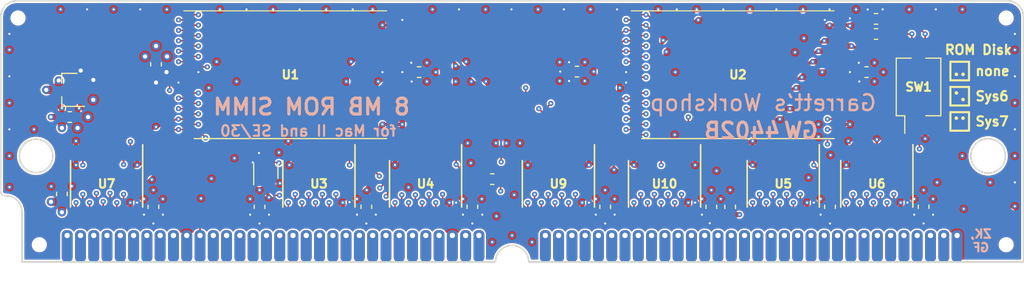
<source format=kicad_pcb>
(kicad_pcb (version 20171130) (host pcbnew "(5.1.10-1-10_14)")
  (title_block (title GW4402B) (date 2021-04-03) (rev 1.0) (company "Garrett's Workshop"))
  (layers (0 F.Cu signal) (1 In1.Cu power) (2 In2.Cu signal) (31 B.Cu power) (34 B.Paste user) (35 F.Paste user) (36 B.SilkS user) (37 F.SilkS user) (38 B.Mask user) (39 F.Mask user) (44 Edge.Cuts user))
  (net 0 "")
  (net 1 +5V)
  (net 2 /D0)
  (net 3 /D1)
  (net 4 /~WE~)
  (net 5 /D2)
  (net 6 /D3)
  (net 7 GND)
  (net 8 /D4)
  (net 9 /D5)
  (net 10 /D6)
  (net 11 /A11)
  (net 12 /D7)
  (net 13 /A0)
  (net 14 /A1)
  (net 15 /A2)
  (net 16 /A3)
  (net 17 /A4)
  (net 18 /A5)
  (net 19 /A6)
  (net 20 /A7)
  (net 21 /~CS~)
  (net 22 /~OE~)
  (net 23 /D8)
  (net 24 /D9)
  (net 25 /D10)
  (net 26 /D11)
  (net 27 /D12)
  (net 28 /D13)
  (net 29 /D14)
  (net 30 /D15)
  (net 31 /A8)
  (net 32 /A9)
  (net 33 /A10)
  (net 34 /A12)
  (net 35 /A13)
  (net 36 /A14)
  (net 37 /A15)
  (net 38 /A16)
  (net 39 /A17)
  (net 40 /A18)
  (net 41 /A19)
  (net 42 /A20)
  (net 43 /A21)
  (net 44 /A22)
  (net 45 /D16)
  (net 46 /D17)
  (net 47 /D18)
  (net 48 /D19)
  (net 49 /D20)
  (net 50 /D21)
  (net 51 /D22)
  (net 52 /D23)
  (net 53 /D24)
  (net 54 /D25)
  (net 55 /D26)
  (net 56 /D27)
  (net 57 /D28)
  (net 58 /D29)
  (net 59 /D30)
  (net 60 /D31)
  (net 61 +3V3)
  (net 62 /RD7)
  (net 63 /RD6)
  (net 64 /RD5)
  (net 65 /RD4)
  (net 66 /RD3)
  (net 67 /RD2)
  (net 68 /RD1)
  (net 69 /RD0)
  (net 70 /RD8)
  (net 71 /RD9)
  (net 72 /RD10)
  (net 73 /RD11)
  (net 74 /RD12)
  (net 75 /RD13)
  (net 76 /RD14)
  (net 77 /RD15)
  (net 78 /RD23)
  (net 79 /RD22)
  (net 80 /RD21)
  (net 81 /RD20)
  (net 82 /RD19)
  (net 83 /RD18)
  (net 84 /RD17)
  (net 85 /RD16)
  (net 86 /RD24)
  (net 87 /RD25)
  (net 88 /RD26)
  (net 89 /RD27)
  (net 90 /RD28)
  (net 91 /RD29)
  (net 92 /RD30)
  (net 93 /RD31)
  (net 94 /RA7)
  (net 95 /RA6)
  (net 96 /RA5)
  (net 97 /RA4)
  (net 98 /RA3)
  (net 99 /RA2)
  (net 100 /R~CS~)
  (net 101 /R~OE~)
  (net 102 /R~WE~)
  (net 103 /RA8)
  (net 104 /RA9)
  (net 105 /RA17)
  (net 106 /RA16)
  (net 107 /RA15)
  (net 108 /RA14)
  (net 109 /RA13)
  (net 110 /RA12)
  (net 111 /RA11)
  (net 112 /RA10)
  (net 113 /RA18)
  (net 114 /RA19)
  (net 115 /RA20)
  (net 116 /RA21)
  (net 117 /RA22)
  (net 118 "Net-(U1-Pad15)")
  (net 119 "Net-(U2-Pad15)")
  (net 120 "Net-(J1-Pad63)")
  (net 121 /RA23)
  (net 122 /Ddir)
  (net 123 /DdirR)
  (net 124 /RA22sw)
  (module stdpads:TSSOP-20_4.4x6.5mm_P0.65mm (layer F.Cu) (at 81.875 120.15 180)
    (fp_text reference U7)
    (fp_text value 74AHC245)
    (fp_text user %R (at 0 0) (layer F.SilkS) (effects (font (size 0.8128 0.8128) (thickness 0.2032))))
    (pad 20 smd roundrect (at -2.925 -2.95 270) (size 1.45 0.45) (layers F.Cu F.Paste F.Mask) (net 61 +3V3))
    (pad 19 smd roundrect (at -2.275 -2.95 270) (size 1.45 0.45) (layers F.Cu F.Paste F.Mask) (net 7 GND))
    (pad 18 smd roundrect (at -1.625 -2.95 270) (size 1.45 0.45) (layers F.Cu F.Paste F.Mask) (net 22 /~OE~))
    (pad 17 smd roundrect (at -0.975 -2.95 270) (size 1.45 0.45) (layers F.Cu F.Paste F.Mask) (net 21 /~CS~))
    (pad 16 smd roundrect (at -0.325 -2.95 270) (size 1.45 0.45) (layers F.Cu F.Paste F.Mask) (net 20 /A7))
    (pad 15 smd roundrect (at 0.325 -2.95 270) (size 1.45 0.45) (layers F.Cu F.Paste F.Mask) (net 19 /A6))
    (pad 14 smd roundrect (at 0.975 -2.95 270) (size 1.45 0.45) (layers F.Cu F.Paste F.Mask) (net 18 /A5))
    (pad 13 smd roundrect (at 1.625 -2.95 270) (size 1.45 0.45) (layers F.Cu F.Paste F.Mask) (net 17 /A4))
    (pad 12 smd roundrect (at 2.275 -2.95 270) (size 1.45 0.45) (layers F.Cu F.Paste F.Mask) (net 16 /A3))
    (pad 11 smd roundrect (at 2.925 -2.95 270) (size 1.45 0.45) (layers F.Cu F.Paste F.Mask) (net 15 /A2))
    (pad 10 smd roundrect (at 2.925 2.95 270) (size 1.45 0.45) (layers F.Cu F.Paste F.Mask) (net 7 GND))
    (pad 9 smd roundrect (at 2.275 2.95 270) (size 1.45 0.45) (layers F.Cu F.Paste F.Mask) (net 99 /RA2))
    (pad 8 smd roundrect (at 1.625 2.95 270) (size 1.45 0.45) (layers F.Cu F.Paste F.Mask) (net 98 /RA3))
    (pad 7 smd roundrect (at 0.975 2.95 270) (size 1.45 0.45) (layers F.Cu F.Paste F.Mask) (net 97 /RA4))
    (pad 6 smd roundrect (at 0.325 2.95 270) (size 1.45 0.45) (layers F.Cu F.Paste F.Mask) (net 96 /RA5))
    (pad 5 smd roundrect (at -0.325 2.95 270) (size 1.45 0.45) (layers F.Cu F.Paste F.Mask) (net 95 /RA6))
    (pad 4 smd roundrect (at -0.975 2.95 270) (size 1.45 0.45) (layers F.Cu F.Paste F.Mask) (net 94 /RA7))
    (pad 3 smd roundrect (at -1.625 2.95 270) (size 1.45 0.45) (layers F.Cu F.Paste F.Mask) (net 100 /R~CS~))
    (pad 2 smd roundrect (at -2.275 2.95 270) (size 1.45 0.45) (layers F.Cu F.Paste F.Mask) (net 101 /R~OE~))
    (pad 1 smd roundrect (at -2.925 2.95 270) (size 1.45 0.45) (layers F.Cu F.Paste F.Mask) (net 7 GND))
  )
  (module stdpads:SW_DIP_SPSTx02_Slide_DSHP02TS_P1.27mm (layer F.Cu) (at 159.512 110.871)
    (fp_text reference SW1)
    (fp_text value "ROM Sel.")
    (fp_text user %R (at 0 0 180) (layer F.SilkS) (effects (font (size 0.8128 0.8128) (thickness 0.2032))))
    (pad 4 smd roundrect (at -0.635 -3.81 90) (size 1.524 0.76) (layers F.Cu F.Paste F.Mask) (net 124 /RA22sw))
    (pad 3 smd roundrect (at 0.635 -3.81 90) (size 1.524 0.76) (layers F.Cu F.Paste F.Mask) (net 121 /RA23))
    (pad 2 smd roundrect (at 0.635 3.81 90) (size 1.524 0.76) (layers F.Cu F.Paste F.Mask) (net 7 GND))
    (pad 1 smd roundrect (at -0.635 3.81 90) (size 1.524 0.76) (layers F.Cu F.Paste F.Mask) (net 117 /RA22))
  )
  (module stdpads:TSOP-I-48_18.4x12mm_P0.5mm (layer F.Cu) (at 99.45 109.7 270)
    (fp_text reference U1)
    (fp_text value MX29LV640)
    (fp_text user %R (at 0 0) (layer F.SilkS) (effects (font (size 0.8128 0.8128) (thickness 0.2032))))
    (pad 1 smd roundrect (at -5.75 9.75) (size 1.1 0.3) (layers F.Cu F.Paste F.Mask) (net 105 /RA17))
    (pad 25 smd roundrect (at 5.75 -9.75) (size 1.1 0.3) (layers F.Cu F.Paste F.Mask) (net 99 /RA2))
    (pad 2 smd roundrect (at -5.25 9.75) (size 1.1 0.3) (layers F.Cu F.Paste F.Mask) (net 106 /RA16))
    (pad 3 smd roundrect (at -4.75 9.75) (size 1.1 0.3) (layers F.Cu F.Paste F.Mask) (net 107 /RA15))
    (pad 4 smd roundrect (at -4.25 9.75) (size 1.1 0.3) (layers F.Cu F.Paste F.Mask) (net 108 /RA14))
    (pad 5 smd roundrect (at -3.75 9.75) (size 1.1 0.3) (layers F.Cu F.Paste F.Mask) (net 109 /RA13))
    (pad 6 smd roundrect (at -3.25 9.75) (size 1.1 0.3) (layers F.Cu F.Paste F.Mask) (net 110 /RA12))
    (pad 7 smd roundrect (at -2.75 9.75) (size 1.1 0.3) (layers F.Cu F.Paste F.Mask) (net 111 /RA11))
    (pad 8 smd roundrect (at -2.25 9.75) (size 1.1 0.3) (layers F.Cu F.Paste F.Mask) (net 112 /RA10))
    (pad 9 smd roundrect (at -1.75 9.75) (size 1.1 0.3) (layers F.Cu F.Paste F.Mask) (net 116 /RA21))
    (pad 10 smd roundrect (at -1.25 9.75) (size 1.1 0.3) (layers F.Cu F.Paste F.Mask) (net 124 /RA22sw))
    (pad 11 smd roundrect (at -0.75 9.75) (size 1.1 0.3) (layers F.Cu F.Paste F.Mask) (net 102 /R~WE~))
    (pad 12 smd roundrect (at -0.25 9.75) (size 1.1 0.3) (layers F.Cu F.Paste F.Mask) (net 61 +3V3))
    (pad 13 smd roundrect (at 0.25 9.75) (size 1.1 0.3) (layers F.Cu F.Paste F.Mask) (net 121 /RA23))
    (pad 14 smd roundrect (at 0.75 9.75) (size 1.1 0.3) (layers F.Cu F.Paste F.Mask) (net 61 +3V3))
    (pad 15 smd roundrect (at 1.25 9.75) (size 1.1 0.3) (layers F.Cu F.Paste F.Mask) (net 118 "Net-(U1-Pad15)"))
    (pad 16 smd roundrect (at 1.75 9.75) (size 1.1 0.3) (layers F.Cu F.Paste F.Mask) (net 115 /RA20))
    (pad 17 smd roundrect (at 2.25 9.75) (size 1.1 0.3) (layers F.Cu F.Paste F.Mask) (net 114 /RA19))
    (pad 18 smd roundrect (at 2.75 9.75) (size 1.1 0.3) (layers F.Cu F.Paste F.Mask) (net 104 /RA9))
    (pad 19 smd roundrect (at 3.25 9.75) (size 1.1 0.3) (layers F.Cu F.Paste F.Mask) (net 103 /RA8))
    (pad 20 smd roundrect (at 3.75 9.75) (size 1.1 0.3) (layers F.Cu F.Paste F.Mask) (net 94 /RA7))
    (pad 21 smd roundrect (at 4.25 9.75) (size 1.1 0.3) (layers F.Cu F.Paste F.Mask) (net 95 /RA6))
    (pad 22 smd roundrect (at 4.75 9.75) (size 1.1 0.3) (layers F.Cu F.Paste F.Mask) (net 96 /RA5))
    (pad 23 smd roundrect (at 5.25 9.75) (size 1.1 0.3) (layers F.Cu F.Paste F.Mask) (net 97 /RA4))
    (pad 24 smd roundrect (at 5.75 9.75) (size 1.1 0.3) (layers F.Cu F.Paste F.Mask) (net 98 /RA3))
    (pad 26 smd roundrect (at 5.25 -9.75) (size 1.1 0.3) (layers F.Cu F.Paste F.Mask) (net 100 /R~CS~))
    (pad 27 smd roundrect (at 4.75 -9.75) (size 1.1 0.3) (layers F.Cu F.Paste F.Mask) (net 7 GND))
    (pad 28 smd roundrect (at 4.25 -9.75) (size 1.1 0.3) (layers F.Cu F.Paste F.Mask) (net 101 /R~OE~))
    (pad 29 smd roundrect (at 3.75 -9.75) (size 1.1 0.3) (layers F.Cu F.Paste F.Mask) (net 69 /RD0))
    (pad 30 smd roundrect (at 3.25 -9.75) (size 1.1 0.3) (layers F.Cu F.Paste F.Mask) (net 70 /RD8))
    (pad 31 smd roundrect (at 2.75 -9.75) (size 1.1 0.3) (layers F.Cu F.Paste F.Mask) (net 68 /RD1))
    (pad 32 smd roundrect (at 2.25 -9.75) (size 1.1 0.3) (layers F.Cu F.Paste F.Mask) (net 71 /RD9))
    (pad 33 smd roundrect (at 1.75 -9.75) (size 1.1 0.3) (layers F.Cu F.Paste F.Mask) (net 67 /RD2))
    (pad 34 smd roundrect (at 1.25 -9.75) (size 1.1 0.3) (layers F.Cu F.Paste F.Mask) (net 72 /RD10))
    (pad 35 smd roundrect (at 0.75 -9.75) (size 1.1 0.3) (layers F.Cu F.Paste F.Mask) (net 66 /RD3))
    (pad 36 smd roundrect (at 0.25 -9.75) (size 1.1 0.3) (layers F.Cu F.Paste F.Mask) (net 73 /RD11))
    (pad 37 smd roundrect (at -0.25 -9.75) (size 1.1 0.3) (layers F.Cu F.Paste F.Mask) (net 61 +3V3))
    (pad 38 smd roundrect (at -0.75 -9.75) (size 1.1 0.3) (layers F.Cu F.Paste F.Mask) (net 65 /RD4))
    (pad 39 smd roundrect (at -1.25 -9.75) (size 1.1 0.3) (layers F.Cu F.Paste F.Mask) (net 74 /RD12))
    (pad 40 smd roundrect (at -1.75 -9.75) (size 1.1 0.3) (layers F.Cu F.Paste F.Mask) (net 64 /RD5))
    (pad 41 smd roundrect (at -2.25 -9.75) (size 1.1 0.3) (layers F.Cu F.Paste F.Mask) (net 75 /RD13))
    (pad 42 smd roundrect (at -2.75 -9.75) (size 1.1 0.3) (layers F.Cu F.Paste F.Mask) (net 63 /RD6))
    (pad 43 smd roundrect (at -3.25 -9.75) (size 1.1 0.3) (layers F.Cu F.Paste F.Mask) (net 76 /RD14))
    (pad 44 smd roundrect (at -3.75 -9.75) (size 1.1 0.3) (layers F.Cu F.Paste F.Mask) (net 62 /RD7))
    (pad 45 smd roundrect (at -4.25 -9.75) (size 1.1 0.3) (layers F.Cu F.Paste F.Mask) (net 77 /RD15))
    (pad 46 smd roundrect (at -4.75 -9.75) (size 1.1 0.3) (layers F.Cu F.Paste F.Mask) (net 7 GND))
    (pad 47 smd roundrect (at -5.25 -9.75) (size 1.1 0.3) (layers F.Cu F.Paste F.Mask) (net 61 +3V3))
    (pad 48 smd roundrect (at -5.75 -9.75) (size 1.1 0.3) (layers F.Cu F.Paste F.Mask) (net 113 /RA18))
  )
  (module stdpads:TSOP-I-48_18.4x12mm_P0.5mm (layer F.Cu) (at 142.24 109.7 270)
    (fp_text reference U2)
    (fp_text value MX29LV640)
    (fp_text user %R (at 0 0) (layer F.SilkS) (effects (font (size 0.8128 0.8128) (thickness 0.2032))))
    (pad 1 smd roundrect (at -5.75 9.75) (size 1.1 0.3) (layers F.Cu F.Paste F.Mask) (net 105 /RA17))
    (pad 25 smd roundrect (at 5.75 -9.75) (size 1.1 0.3) (layers F.Cu F.Paste F.Mask) (net 99 /RA2))
    (pad 2 smd roundrect (at -5.25 9.75) (size 1.1 0.3) (layers F.Cu F.Paste F.Mask) (net 106 /RA16))
    (pad 3 smd roundrect (at -4.75 9.75) (size 1.1 0.3) (layers F.Cu F.Paste F.Mask) (net 107 /RA15))
    (pad 4 smd roundrect (at -4.25 9.75) (size 1.1 0.3) (layers F.Cu F.Paste F.Mask) (net 108 /RA14))
    (pad 5 smd roundrect (at -3.75 9.75) (size 1.1 0.3) (layers F.Cu F.Paste F.Mask) (net 109 /RA13))
    (pad 6 smd roundrect (at -3.25 9.75) (size 1.1 0.3) (layers F.Cu F.Paste F.Mask) (net 110 /RA12))
    (pad 7 smd roundrect (at -2.75 9.75) (size 1.1 0.3) (layers F.Cu F.Paste F.Mask) (net 111 /RA11))
    (pad 8 smd roundrect (at -2.25 9.75) (size 1.1 0.3) (layers F.Cu F.Paste F.Mask) (net 112 /RA10))
    (pad 9 smd roundrect (at -1.75 9.75) (size 1.1 0.3) (layers F.Cu F.Paste F.Mask) (net 116 /RA21))
    (pad 10 smd roundrect (at -1.25 9.75) (size 1.1 0.3) (layers F.Cu F.Paste F.Mask) (net 124 /RA22sw))
    (pad 11 smd roundrect (at -0.75 9.75) (size 1.1 0.3) (layers F.Cu F.Paste F.Mask) (net 102 /R~WE~))
    (pad 12 smd roundrect (at -0.25 9.75) (size 1.1 0.3) (layers F.Cu F.Paste F.Mask) (net 61 +3V3))
    (pad 13 smd roundrect (at 0.25 9.75) (size 1.1 0.3) (layers F.Cu F.Paste F.Mask) (net 121 /RA23))
    (pad 14 smd roundrect (at 0.75 9.75) (size 1.1 0.3) (layers F.Cu F.Paste F.Mask) (net 61 +3V3))
    (pad 15 smd roundrect (at 1.25 9.75) (size 1.1 0.3) (layers F.Cu F.Paste F.Mask) (net 119 "Net-(U2-Pad15)"))
    (pad 16 smd roundrect (at 1.75 9.75) (size 1.1 0.3) (layers F.Cu F.Paste F.Mask) (net 115 /RA20))
    (pad 17 smd roundrect (at 2.25 9.75) (size 1.1 0.3) (layers F.Cu F.Paste F.Mask) (net 114 /RA19))
    (pad 18 smd roundrect (at 2.75 9.75) (size 1.1 0.3) (layers F.Cu F.Paste F.Mask) (net 104 /RA9))
    (pad 19 smd roundrect (at 3.25 9.75) (size 1.1 0.3) (layers F.Cu F.Paste F.Mask) (net 103 /RA8))
    (pad 20 smd roundrect (at 3.75 9.75) (size 1.1 0.3) (layers F.Cu F.Paste F.Mask) (net 94 /RA7))
    (pad 21 smd roundrect (at 4.25 9.75) (size 1.1 0.3) (layers F.Cu F.Paste F.Mask) (net 95 /RA6))
    (pad 22 smd roundrect (at 4.75 9.75) (size 1.1 0.3) (layers F.Cu F.Paste F.Mask) (net 96 /RA5))
    (pad 23 smd roundrect (at 5.25 9.75) (size 1.1 0.3) (layers F.Cu F.Paste F.Mask) (net 97 /RA4))
    (pad 24 smd roundrect (at 5.75 9.75) (size 1.1 0.3) (layers F.Cu F.Paste F.Mask) (net 98 /RA3))
    (pad 26 smd roundrect (at 5.25 -9.75) (size 1.1 0.3) (layers F.Cu F.Paste F.Mask) (net 100 /R~CS~))
    (pad 27 smd roundrect (at 4.75 -9.75) (size 1.1 0.3) (layers F.Cu F.Paste F.Mask) (net 7 GND))
    (pad 28 smd roundrect (at 4.25 -9.75) (size 1.1 0.3) (layers F.Cu F.Paste F.Mask) (net 101 /R~OE~))
    (pad 29 smd roundrect (at 3.75 -9.75) (size 1.1 0.3) (layers F.Cu F.Paste F.Mask) (net 85 /RD16))
    (pad 30 smd roundrect (at 3.25 -9.75) (size 1.1 0.3) (layers F.Cu F.Paste F.Mask) (net 86 /RD24))
    (pad 31 smd roundrect (at 2.75 -9.75) (size 1.1 0.3) (layers F.Cu F.Paste F.Mask) (net 84 /RD17))
    (pad 32 smd roundrect (at 2.25 -9.75) (size 1.1 0.3) (layers F.Cu F.Paste F.Mask) (net 87 /RD25))
    (pad 33 smd roundrect (at 1.75 -9.75) (size 1.1 0.3) (layers F.Cu F.Paste F.Mask) (net 83 /RD18))
    (pad 34 smd roundrect (at 1.25 -9.75) (size 1.1 0.3) (layers F.Cu F.Paste F.Mask) (net 88 /RD26))
    (pad 35 smd roundrect (at 0.75 -9.75) (size 1.1 0.3) (layers F.Cu F.Paste F.Mask) (net 82 /RD19))
    (pad 36 smd roundrect (at 0.25 -9.75) (size 1.1 0.3) (layers F.Cu F.Paste F.Mask) (net 89 /RD27))
    (pad 37 smd roundrect (at -0.25 -9.75) (size 1.1 0.3) (layers F.Cu F.Paste F.Mask) (net 61 +3V3))
    (pad 38 smd roundrect (at -0.75 -9.75) (size 1.1 0.3) (layers F.Cu F.Paste F.Mask) (net 81 /RD20))
    (pad 39 smd roundrect (at -1.25 -9.75) (size 1.1 0.3) (layers F.Cu F.Paste F.Mask) (net 90 /RD28))
    (pad 40 smd roundrect (at -1.75 -9.75) (size 1.1 0.3) (layers F.Cu F.Paste F.Mask) (net 80 /RD21))
    (pad 41 smd roundrect (at -2.25 -9.75) (size 1.1 0.3) (layers F.Cu F.Paste F.Mask) (net 91 /RD29))
    (pad 42 smd roundrect (at -2.75 -9.75) (size 1.1 0.3) (layers F.Cu F.Paste F.Mask) (net 79 /RD22))
    (pad 43 smd roundrect (at -3.25 -9.75) (size 1.1 0.3) (layers F.Cu F.Paste F.Mask) (net 92 /RD30))
    (pad 44 smd roundrect (at -3.75 -9.75) (size 1.1 0.3) (layers F.Cu F.Paste F.Mask) (net 78 /RD23))
    (pad 45 smd roundrect (at -4.25 -9.75) (size 1.1 0.3) (layers F.Cu F.Paste F.Mask) (net 93 /RD31))
    (pad 46 smd roundrect (at -4.75 -9.75) (size 1.1 0.3) (layers F.Cu F.Paste F.Mask) (net 7 GND))
    (pad 47 smd roundrect (at -5.25 -9.75) (size 1.1 0.3) (layers F.Cu F.Paste F.Mask) (net 61 +3V3))
    (pad 48 smd roundrect (at -5.75 -9.75) (size 1.1 0.3) (layers F.Cu F.Paste F.Mask) (net 113 /RA18))
  )
  (module stdpads:TSSOP-20_4.4x6.5mm_P0.65mm (layer F.Cu) (at 102.175 120.15 180)
    (fp_text reference U3)
    (fp_text value 74AHC245)
    (fp_text user %R (at 0 0) (layer F.SilkS) (effects (font (size 0.8128 0.8128) (thickness 0.2032))))
    (pad 20 smd roundrect (at -2.925 -2.95 270) (size 1.45 0.45) (layers F.Cu F.Paste F.Mask) (net 61 +3V3))
    (pad 19 smd roundrect (at -2.275 -2.95 270) (size 1.45 0.45) (layers F.Cu F.Paste F.Mask) (net 7 GND))
    (pad 18 smd roundrect (at -1.625 -2.95 270) (size 1.45 0.45) (layers F.Cu F.Paste F.Mask) (net 12 /D7))
    (pad 17 smd roundrect (at -0.975 -2.95 270) (size 1.45 0.45) (layers F.Cu F.Paste F.Mask) (net 10 /D6))
    (pad 16 smd roundrect (at -0.325 -2.95 270) (size 1.45 0.45) (layers F.Cu F.Paste F.Mask) (net 9 /D5))
    (pad 15 smd roundrect (at 0.325 -2.95 270) (size 1.45 0.45) (layers F.Cu F.Paste F.Mask) (net 8 /D4))
    (pad 14 smd roundrect (at 0.975 -2.95 270) (size 1.45 0.45) (layers F.Cu F.Paste F.Mask) (net 6 /D3))
    (pad 13 smd roundrect (at 1.625 -2.95 270) (size 1.45 0.45) (layers F.Cu F.Paste F.Mask) (net 5 /D2))
    (pad 12 smd roundrect (at 2.275 -2.95 270) (size 1.45 0.45) (layers F.Cu F.Paste F.Mask) (net 3 /D1))
    (pad 11 smd roundrect (at 2.925 -2.95 270) (size 1.45 0.45) (layers F.Cu F.Paste F.Mask) (net 2 /D0))
    (pad 10 smd roundrect (at 2.925 2.95 270) (size 1.45 0.45) (layers F.Cu F.Paste F.Mask) (net 7 GND))
    (pad 9 smd roundrect (at 2.275 2.95 270) (size 1.45 0.45) (layers F.Cu F.Paste F.Mask) (net 69 /RD0))
    (pad 8 smd roundrect (at 1.625 2.95 270) (size 1.45 0.45) (layers F.Cu F.Paste F.Mask) (net 68 /RD1))
    (pad 7 smd roundrect (at 0.975 2.95 270) (size 1.45 0.45) (layers F.Cu F.Paste F.Mask) (net 67 /RD2))
    (pad 6 smd roundrect (at 0.325 2.95 270) (size 1.45 0.45) (layers F.Cu F.Paste F.Mask) (net 66 /RD3))
    (pad 5 smd roundrect (at -0.325 2.95 270) (size 1.45 0.45) (layers F.Cu F.Paste F.Mask) (net 65 /RD4))
    (pad 4 smd roundrect (at -0.975 2.95 270) (size 1.45 0.45) (layers F.Cu F.Paste F.Mask) (net 64 /RD5))
    (pad 3 smd roundrect (at -1.625 2.95 270) (size 1.45 0.45) (layers F.Cu F.Paste F.Mask) (net 63 /RD6))
    (pad 2 smd roundrect (at -2.275 2.95 270) (size 1.45 0.45) (layers F.Cu F.Paste F.Mask) (net 62 /RD7))
    (pad 1 smd roundrect (at -2.925 2.95 270) (size 1.45 0.45) (layers F.Cu F.Paste F.Mask) (net 122 /Ddir))
  )
  (module stdpads:TSSOP-20_4.4x6.5mm_P0.65mm (layer F.Cu) (at 146.575 120.15 180)
    (fp_text reference U5)
    (fp_text value 74AHC245)
    (fp_text user %R (at 0 0) (layer F.SilkS) (effects (font (size 0.8128 0.8128) (thickness 0.2032))))
    (pad 20 smd roundrect (at -2.925 -2.95 270) (size 1.45 0.45) (layers F.Cu F.Paste F.Mask) (net 61 +3V3))
    (pad 19 smd roundrect (at -2.275 -2.95 270) (size 1.45 0.45) (layers F.Cu F.Paste F.Mask) (net 7 GND))
    (pad 18 smd roundrect (at -1.625 -2.95 270) (size 1.45 0.45) (layers F.Cu F.Paste F.Mask) (net 52 /D23))
    (pad 17 smd roundrect (at -0.975 -2.95 270) (size 1.45 0.45) (layers F.Cu F.Paste F.Mask) (net 51 /D22))
    (pad 16 smd roundrect (at -0.325 -2.95 270) (size 1.45 0.45) (layers F.Cu F.Paste F.Mask) (net 50 /D21))
    (pad 15 smd roundrect (at 0.325 -2.95 270) (size 1.45 0.45) (layers F.Cu F.Paste F.Mask) (net 49 /D20))
    (pad 14 smd roundrect (at 0.975 -2.95 270) (size 1.45 0.45) (layers F.Cu F.Paste F.Mask) (net 48 /D19))
    (pad 13 smd roundrect (at 1.625 -2.95 270) (size 1.45 0.45) (layers F.Cu F.Paste F.Mask) (net 47 /D18))
    (pad 12 smd roundrect (at 2.275 -2.95 270) (size 1.45 0.45) (layers F.Cu F.Paste F.Mask) (net 46 /D17))
    (pad 11 smd roundrect (at 2.925 -2.95 270) (size 1.45 0.45) (layers F.Cu F.Paste F.Mask) (net 45 /D16))
    (pad 10 smd roundrect (at 2.925 2.95 270) (size 1.45 0.45) (layers F.Cu F.Paste F.Mask) (net 7 GND))
    (pad 9 smd roundrect (at 2.275 2.95 270) (size 1.45 0.45) (layers F.Cu F.Paste F.Mask) (net 85 /RD16))
    (pad 8 smd roundrect (at 1.625 2.95 270) (size 1.45 0.45) (layers F.Cu F.Paste F.Mask) (net 84 /RD17))
    (pad 7 smd roundrect (at 0.975 2.95 270) (size 1.45 0.45) (layers F.Cu F.Paste F.Mask) (net 83 /RD18))
    (pad 6 smd roundrect (at 0.325 2.95 270) (size 1.45 0.45) (layers F.Cu F.Paste F.Mask) (net 82 /RD19))
    (pad 5 smd roundrect (at -0.325 2.95 270) (size 1.45 0.45) (layers F.Cu F.Paste F.Mask) (net 81 /RD20))
    (pad 4 smd roundrect (at -0.975 2.95 270) (size 1.45 0.45) (layers F.Cu F.Paste F.Mask) (net 80 /RD21))
    (pad 3 smd roundrect (at -1.625 2.95 270) (size 1.45 0.45) (layers F.Cu F.Paste F.Mask) (net 79 /RD22))
    (pad 2 smd roundrect (at -2.275 2.95 270) (size 1.45 0.45) (layers F.Cu F.Paste F.Mask) (net 78 /RD23))
    (pad 1 smd roundrect (at -2.925 2.95 270) (size 1.45 0.45) (layers F.Cu F.Paste F.Mask) (net 123 /DdirR))
  )
  (module stdpads:TSSOP-20_4.4x6.5mm_P0.65mm (layer F.Cu) (at 112.375 120.15 180)
    (fp_text reference U4)
    (fp_text value 74AHC245)
    (fp_text user %R (at 0 0) (layer F.SilkS) (effects (font (size 0.8128 0.8128) (thickness 0.2032))))
    (pad 20 smd roundrect (at -2.925 -2.95 270) (size 1.45 0.45) (layers F.Cu F.Paste F.Mask) (net 61 +3V3))
    (pad 19 smd roundrect (at -2.275 -2.95 270) (size 1.45 0.45) (layers F.Cu F.Paste F.Mask) (net 7 GND))
    (pad 18 smd roundrect (at -1.625 -2.95 270) (size 1.45 0.45) (layers F.Cu F.Paste F.Mask) (net 30 /D15))
    (pad 17 smd roundrect (at -0.975 -2.95 270) (size 1.45 0.45) (layers F.Cu F.Paste F.Mask) (net 29 /D14))
    (pad 16 smd roundrect (at -0.325 -2.95 270) (size 1.45 0.45) (layers F.Cu F.Paste F.Mask) (net 28 /D13))
    (pad 15 smd roundrect (at 0.325 -2.95 270) (size 1.45 0.45) (layers F.Cu F.Paste F.Mask) (net 27 /D12))
    (pad 14 smd roundrect (at 0.975 -2.95 270) (size 1.45 0.45) (layers F.Cu F.Paste F.Mask) (net 26 /D11))
    (pad 13 smd roundrect (at 1.625 -2.95 270) (size 1.45 0.45) (layers F.Cu F.Paste F.Mask) (net 25 /D10))
    (pad 12 smd roundrect (at 2.275 -2.95 270) (size 1.45 0.45) (layers F.Cu F.Paste F.Mask) (net 24 /D9))
    (pad 11 smd roundrect (at 2.925 -2.95 270) (size 1.45 0.45) (layers F.Cu F.Paste F.Mask) (net 23 /D8))
    (pad 10 smd roundrect (at 2.925 2.95 270) (size 1.45 0.45) (layers F.Cu F.Paste F.Mask) (net 7 GND))
    (pad 9 smd roundrect (at 2.275 2.95 270) (size 1.45 0.45) (layers F.Cu F.Paste F.Mask) (net 70 /RD8))
    (pad 8 smd roundrect (at 1.625 2.95 270) (size 1.45 0.45) (layers F.Cu F.Paste F.Mask) (net 71 /RD9))
    (pad 7 smd roundrect (at 0.975 2.95 270) (size 1.45 0.45) (layers F.Cu F.Paste F.Mask) (net 72 /RD10))
    (pad 6 smd roundrect (at 0.325 2.95 270) (size 1.45 0.45) (layers F.Cu F.Paste F.Mask) (net 73 /RD11))
    (pad 5 smd roundrect (at -0.325 2.95 270) (size 1.45 0.45) (layers F.Cu F.Paste F.Mask) (net 74 /RD12))
    (pad 4 smd roundrect (at -0.975 2.95 270) (size 1.45 0.45) (layers F.Cu F.Paste F.Mask) (net 75 /RD13))
    (pad 3 smd roundrect (at -1.625 2.95 270) (size 1.45 0.45) (layers F.Cu F.Paste F.Mask) (net 76 /RD14))
    (pad 2 smd roundrect (at -2.275 2.95 270) (size 1.45 0.45) (layers F.Cu F.Paste F.Mask) (net 77 /RD15))
    (pad 1 smd roundrect (at -2.925 2.95 270) (size 1.45 0.45) (layers F.Cu F.Paste F.Mask) (net 122 /Ddir))
  )
  (module stdpads:TSSOP-20_4.4x6.5mm_P0.65mm (layer F.Cu) (at 155.525 120.15 180)
    (fp_text reference U6)
    (fp_text value 74AHC245)
    (fp_text user %R (at 0 0) (layer F.SilkS) (effects (font (size 0.8128 0.8128) (thickness 0.2032))))
    (pad 20 smd roundrect (at -2.925 -2.95 270) (size 1.45 0.45) (layers F.Cu F.Paste F.Mask) (net 61 +3V3))
    (pad 19 smd roundrect (at -2.275 -2.95 270) (size 1.45 0.45) (layers F.Cu F.Paste F.Mask) (net 7 GND))
    (pad 18 smd roundrect (at -1.625 -2.95 270) (size 1.45 0.45) (layers F.Cu F.Paste F.Mask) (net 60 /D31))
    (pad 17 smd roundrect (at -0.975 -2.95 270) (size 1.45 0.45) (layers F.Cu F.Paste F.Mask) (net 59 /D30))
    (pad 16 smd roundrect (at -0.325 -2.95 270) (size 1.45 0.45) (layers F.Cu F.Paste F.Mask) (net 58 /D29))
    (pad 15 smd roundrect (at 0.325 -2.95 270) (size 1.45 0.45) (layers F.Cu F.Paste F.Mask) (net 57 /D28))
    (pad 14 smd roundrect (at 0.975 -2.95 270) (size 1.45 0.45) (layers F.Cu F.Paste F.Mask) (net 56 /D27))
    (pad 13 smd roundrect (at 1.625 -2.95 270) (size 1.45 0.45) (layers F.Cu F.Paste F.Mask) (net 55 /D26))
    (pad 12 smd roundrect (at 2.275 -2.95 270) (size 1.45 0.45) (layers F.Cu F.Paste F.Mask) (net 54 /D25))
    (pad 11 smd roundrect (at 2.925 -2.95 270) (size 1.45 0.45) (layers F.Cu F.Paste F.Mask) (net 53 /D24))
    (pad 10 smd roundrect (at 2.925 2.95 270) (size 1.45 0.45) (layers F.Cu F.Paste F.Mask) (net 7 GND))
    (pad 9 smd roundrect (at 2.275 2.95 270) (size 1.45 0.45) (layers F.Cu F.Paste F.Mask) (net 86 /RD24))
    (pad 8 smd roundrect (at 1.625 2.95 270) (size 1.45 0.45) (layers F.Cu F.Paste F.Mask) (net 87 /RD25))
    (pad 7 smd roundrect (at 0.975 2.95 270) (size 1.45 0.45) (layers F.Cu F.Paste F.Mask) (net 88 /RD26))
    (pad 6 smd roundrect (at 0.325 2.95 270) (size 1.45 0.45) (layers F.Cu F.Paste F.Mask) (net 89 /RD27))
    (pad 5 smd roundrect (at -0.325 2.95 270) (size 1.45 0.45) (layers F.Cu F.Paste F.Mask) (net 90 /RD28))
    (pad 4 smd roundrect (at -0.975 2.95 270) (size 1.45 0.45) (layers F.Cu F.Paste F.Mask) (net 91 /RD29))
    (pad 3 smd roundrect (at -1.625 2.95 270) (size 1.45 0.45) (layers F.Cu F.Paste F.Mask) (net 92 /RD30))
    (pad 2 smd roundrect (at -2.275 2.95 270) (size 1.45 0.45) (layers F.Cu F.Paste F.Mask) (net 93 /RD31))
    (pad 1 smd roundrect (at -2.925 2.95 270) (size 1.45 0.45) (layers F.Cu F.Paste F.Mask) (net 123 /DdirR))
  )
  (module stdpads:TSSOP-20_4.4x6.5mm_P0.65mm (layer F.Cu) (at 125.075 120.15 180)
    (fp_text reference U9)
    (fp_text value 74AHC245)
    (fp_text user %R (at 0 0) (layer F.SilkS) (effects (font (size 0.8128 0.8128) (thickness 0.2032))))
    (pad 20 smd roundrect (at -2.925 -2.95 270) (size 1.45 0.45) (layers F.Cu F.Paste F.Mask) (net 61 +3V3))
    (pad 19 smd roundrect (at -2.275 -2.95 270) (size 1.45 0.45) (layers F.Cu F.Paste F.Mask) (net 7 GND))
    (pad 18 smd roundrect (at -1.625 -2.95 270) (size 1.45 0.45) (layers F.Cu F.Paste F.Mask) (net 36 /A14))
    (pad 17 smd roundrect (at -0.975 -2.95 270) (size 1.45 0.45) (layers F.Cu F.Paste F.Mask) (net 35 /A13))
    (pad 16 smd roundrect (at -0.325 -2.95 270) (size 1.45 0.45) (layers F.Cu F.Paste F.Mask) (net 34 /A12))
    (pad 15 smd roundrect (at 0.325 -2.95 270) (size 1.45 0.45) (layers F.Cu F.Paste F.Mask) (net 11 /A11))
    (pad 14 smd roundrect (at 0.975 -2.95 270) (size 1.45 0.45) (layers F.Cu F.Paste F.Mask) (net 33 /A10))
    (pad 13 smd roundrect (at 1.625 -2.95 270) (size 1.45 0.45) (layers F.Cu F.Paste F.Mask) (net 32 /A9))
    (pad 12 smd roundrect (at 2.275 -2.95 270) (size 1.45 0.45) (layers F.Cu F.Paste F.Mask) (net 31 /A8))
    (pad 11 smd roundrect (at 2.925 -2.95 270) (size 1.45 0.45) (layers F.Cu F.Paste F.Mask) (net 4 /~WE~))
    (pad 10 smd roundrect (at 2.925 2.95 270) (size 1.45 0.45) (layers F.Cu F.Paste F.Mask) (net 7 GND))
    (pad 9 smd roundrect (at 2.275 2.95 270) (size 1.45 0.45) (layers F.Cu F.Paste F.Mask) (net 102 /R~WE~))
    (pad 8 smd roundrect (at 1.625 2.95 270) (size 1.45 0.45) (layers F.Cu F.Paste F.Mask) (net 103 /RA8))
    (pad 7 smd roundrect (at 0.975 2.95 270) (size 1.45 0.45) (layers F.Cu F.Paste F.Mask) (net 104 /RA9))
    (pad 6 smd roundrect (at 0.325 2.95 270) (size 1.45 0.45) (layers F.Cu F.Paste F.Mask) (net 112 /RA10))
    (pad 5 smd roundrect (at -0.325 2.95 270) (size 1.45 0.45) (layers F.Cu F.Paste F.Mask) (net 111 /RA11))
    (pad 4 smd roundrect (at -0.975 2.95 270) (size 1.45 0.45) (layers F.Cu F.Paste F.Mask) (net 110 /RA12))
    (pad 3 smd roundrect (at -1.625 2.95 270) (size 1.45 0.45) (layers F.Cu F.Paste F.Mask) (net 109 /RA13))
    (pad 2 smd roundrect (at -2.275 2.95 270) (size 1.45 0.45) (layers F.Cu F.Paste F.Mask) (net 108 /RA14))
    (pad 1 smd roundrect (at -2.925 2.95 270) (size 1.45 0.45) (layers F.Cu F.Paste F.Mask) (net 7 GND))
  )
  (module stdpads:TSSOP-20_4.4x6.5mm_P0.65mm (layer F.Cu) (at 135.225 120.15 180)
    (fp_text reference U10)
    (fp_text value 74AHC245)
    (fp_text user %R (at 0 0) (layer F.SilkS) (effects (font (size 0.8128 0.8128) (thickness 0.2032))))
    (pad 20 smd roundrect (at -2.925 -2.95 270) (size 1.45 0.45) (layers F.Cu F.Paste F.Mask) (net 61 +3V3))
    (pad 19 smd roundrect (at -2.275 -2.95 270) (size 1.45 0.45) (layers F.Cu F.Paste F.Mask) (net 7 GND))
    (pad 18 smd roundrect (at -1.625 -2.95 270) (size 1.45 0.45) (layers F.Cu F.Paste F.Mask) (net 44 /A22))
    (pad 17 smd roundrect (at -0.975 -2.95 270) (size 1.45 0.45) (layers F.Cu F.Paste F.Mask) (net 43 /A21))
    (pad 16 smd roundrect (at -0.325 -2.95 270) (size 1.45 0.45) (layers F.Cu F.Paste F.Mask) (net 42 /A20))
    (pad 15 smd roundrect (at 0.325 -2.95 270) (size 1.45 0.45) (layers F.Cu F.Paste F.Mask) (net 41 /A19))
    (pad 14 smd roundrect (at 0.975 -2.95 270) (size 1.45 0.45) (layers F.Cu F.Paste F.Mask) (net 40 /A18))
    (pad 13 smd roundrect (at 1.625 -2.95 270) (size 1.45 0.45) (layers F.Cu F.Paste F.Mask) (net 39 /A17))
    (pad 12 smd roundrect (at 2.275 -2.95 270) (size 1.45 0.45) (layers F.Cu F.Paste F.Mask) (net 38 /A16))
    (pad 11 smd roundrect (at 2.925 -2.95 270) (size 1.45 0.45) (layers F.Cu F.Paste F.Mask) (net 37 /A15))
    (pad 10 smd roundrect (at 2.925 2.95 270) (size 1.45 0.45) (layers F.Cu F.Paste F.Mask) (net 7 GND))
    (pad 9 smd roundrect (at 2.275 2.95 270) (size 1.45 0.45) (layers F.Cu F.Paste F.Mask) (net 107 /RA15))
    (pad 8 smd roundrect (at 1.625 2.95 270) (size 1.45 0.45) (layers F.Cu F.Paste F.Mask) (net 106 /RA16))
    (pad 7 smd roundrect (at 0.975 2.95 270) (size 1.45 0.45) (layers F.Cu F.Paste F.Mask) (net 105 /RA17))
    (pad 6 smd roundrect (at 0.325 2.95 270) (size 1.45 0.45) (layers F.Cu F.Paste F.Mask) (net 113 /RA18))
    (pad 5 smd roundrect (at -0.325 2.95 270) (size 1.45 0.45) (layers F.Cu F.Paste F.Mask) (net 114 /RA19))
    (pad 4 smd roundrect (at -0.975 2.95 270) (size 1.45 0.45) (layers F.Cu F.Paste F.Mask) (net 115 /RA20))
    (pad 3 smd roundrect (at -1.625 2.95 270) (size 1.45 0.45) (layers F.Cu F.Paste F.Mask) (net 116 /RA21))
    (pad 2 smd roundrect (at -2.275 2.95 270) (size 1.45 0.45) (layers F.Cu F.Paste F.Mask) (net 117 /RA22))
    (pad 1 smd roundrect (at -2.925 2.95 270) (size 1.45 0.45) (layers F.Cu F.Paste F.Mask) (net 7 GND))
  )
  (module stdpads:Fiducial (layer F.Cu) (at 75.438 123.444)
    (fp_text reference FID2 hide)
    (fp_text value Fiducial hide)
    (pad ~ smd circle (at 0 0) (size 1 1) (layers F.Cu F.Mask) (clearance 0.575))
  )
  (module stdpads:Fiducial (layer F.Cu) (at 167.894 123.444)
    (fp_text reference FID3 hide)
    (fp_text value Fiducial hide)
    (pad ~ smd circle (at 0 0) (size 1 1) (layers F.Cu F.Mask) (clearance 0.575))
  )
  (module stdpads:Fiducial (layer F.Cu) (at 165.354 104.267)
    (fp_text reference FID4 hide)
    (fp_text value Fiducial hide)
    (pad ~ smd circle (at 0 0) (size 1 1) (layers F.Cu F.Mask) (clearance 0.575))
  )
  (module stdpads:Fiducial (layer F.Cu) (at 75.946 104.267)
    (fp_text reference FID1 hide)
    (fp_text value Fiducial hide)
    (pad ~ smd circle (at 0 0) (size 1 1) (layers F.Cu F.Mask) (clearance 0.575))
  )
  (module stdpads:SOT-353 (layer F.Cu) (at 97.1 118.95 90)
    (fp_text reference U12)
    (fp_text value 74LVC1G02GW)
    (pad 5 smd roundrect (at 0.85 -0.65 90) (size 1 0.4) (layers F.Cu F.Paste F.Mask) (net 61 +3V3))
    (pad 4 smd roundrect (at 0.85 0.65 90) (size 1 0.4) (layers F.Cu F.Paste F.Mask) (net 122 /Ddir))
    (pad 2 smd roundrect (at -0.85 0 90) (size 1 0.4) (layers F.Cu F.Paste F.Mask) (net 22 /~OE~))
    (pad 1 smd roundrect (at -0.85 -0.65 90) (size 1 0.4) (layers F.Cu F.Paste F.Mask) (net 21 /~CS~))
    (pad 3 smd roundrect (at -0.85 0.65 90) (size 1 0.4) (layers F.Cu F.Paste F.Mask) (net 7 GND))
  )
  (module stdpads:C_0603 (layer F.Cu) (at 96.5 122.35 90)
    (fp_text reference C7)
    (fp_text value 2u2)
    (pad 2 smd roundrect (at 0.75 0 90) (size 0.85 0.95) (layers F.Cu F.Paste F.Mask) (net 7 GND))
    (pad 1 smd roundrect (at -0.75 0 90) (size 0.85 0.95) (layers F.Cu F.Paste F.Mask) (net 61 +3V3))
  )
  (module stdpads:C_0603 (layer F.Cu) (at 86.6 108.7 90)
    (fp_text reference C14)
    (fp_text value 2u2)
    (pad 2 smd roundrect (at 0.75 0 90) (size 0.85 0.95) (layers F.Cu F.Paste F.Mask) (net 7 GND))
    (pad 1 smd roundrect (at -0.75 0 90) (size 0.85 0.95) (layers F.Cu F.Paste F.Mask) (net 61 +3V3))
  )
  (module stdpads:MacIIROMSIMM_Edge (layer F.Cu) (at 120.65 127.635)
    (fp_text reference J1 hide)
    (fp_text value ROM)
    (pad 64 thru_hole roundrect (at 42.545 -2.54) (size 1.0414 3.048) (drill 0.508 (offset 0 1.016)) (layers *.Cu *.Mask) (roundrect_rratio 0.4) (net 7 GND))
    (pad 63 thru_hole roundrect (at 41.275 -2.54) (size 1.0414 3.048) (drill 0.508 (offset 0 1.016)) (layers *.Cu *.Mask) (roundrect_rratio 0.4) (net 120 "Net-(J1-Pad63)"))
    (pad 62 thru_hole roundrect (at 40.005 -2.54) (size 1.0414 3.048) (drill 0.508 (offset 0 1.016)) (layers *.Cu *.Mask) (roundrect_rratio 0.4) (net 60 /D31))
    (pad 61 thru_hole roundrect (at 38.735 -2.54) (size 1.0414 3.048) (drill 0.508 (offset 0 1.016)) (layers *.Cu *.Mask) (roundrect_rratio 0.4) (net 59 /D30))
    (pad 60 thru_hole roundrect (at 37.465 -2.54) (size 1.0414 3.048) (drill 0.508 (offset 0 1.016)) (layers *.Cu *.Mask) (roundrect_rratio 0.4) (net 58 /D29))
    (pad 59 thru_hole roundrect (at 36.195 -2.54) (size 1.0414 3.048) (drill 0.508 (offset 0 1.016)) (layers *.Cu *.Mask) (roundrect_rratio 0.4) (net 57 /D28))
    (pad 58 thru_hole roundrect (at 34.925 -2.54) (size 1.0414 3.048) (drill 0.508 (offset 0 1.016)) (layers *.Cu *.Mask) (roundrect_rratio 0.4) (net 56 /D27))
    (pad 57 thru_hole roundrect (at 33.655 -2.54) (size 1.0414 3.048) (drill 0.508 (offset 0 1.016)) (layers *.Cu *.Mask) (roundrect_rratio 0.4) (net 55 /D26))
    (pad 56 thru_hole roundrect (at 32.385 -2.54) (size 1.0414 3.048) (drill 0.508 (offset 0 1.016)) (layers *.Cu *.Mask) (roundrect_rratio 0.4) (net 54 /D25))
    (pad 55 thru_hole roundrect (at 31.115 -2.54) (size 1.0414 3.048) (drill 0.508 (offset 0 1.016)) (layers *.Cu *.Mask) (roundrect_rratio 0.4) (net 53 /D24))
    (pad 54 thru_hole roundrect (at 29.845 -2.54) (size 1.0414 3.048) (drill 0.508 (offset 0 1.016)) (layers *.Cu *.Mask) (roundrect_rratio 0.4) (net 52 /D23))
    (pad 53 thru_hole roundrect (at 28.575 -2.54) (size 1.0414 3.048) (drill 0.508 (offset 0 1.016)) (layers *.Cu *.Mask) (roundrect_rratio 0.4) (net 51 /D22))
    (pad 52 thru_hole roundrect (at 27.305 -2.54) (size 1.0414 3.048) (drill 0.508 (offset 0 1.016)) (layers *.Cu *.Mask) (roundrect_rratio 0.4) (net 50 /D21))
    (pad 51 thru_hole roundrect (at 26.035 -2.54) (size 1.0414 3.048) (drill 0.508 (offset 0 1.016)) (layers *.Cu *.Mask) (roundrect_rratio 0.4) (net 49 /D20))
    (pad 50 thru_hole roundrect (at 24.765 -2.54) (size 1.0414 3.048) (drill 0.508 (offset 0 1.016)) (layers *.Cu *.Mask) (roundrect_rratio 0.4) (net 48 /D19))
    (pad 49 thru_hole roundrect (at 23.495 -2.54) (size 1.0414 3.048) (drill 0.508 (offset 0 1.016)) (layers *.Cu *.Mask) (roundrect_rratio 0.4) (net 47 /D18))
    (pad 48 thru_hole roundrect (at 22.225 -2.54) (size 1.0414 3.048) (drill 0.508 (offset 0 1.016)) (layers *.Cu *.Mask) (roundrect_rratio 0.4) (net 46 /D17))
    (pad 47 thru_hole roundrect (at 20.955 -2.54) (size 1.0414 3.048) (drill 0.508 (offset 0 1.016)) (layers *.Cu *.Mask) (roundrect_rratio 0.4) (net 45 /D16))
    (pad 46 thru_hole roundrect (at 19.685 -2.54) (size 1.0414 3.048) (drill 0.508 (offset 0 1.016)) (layers *.Cu *.Mask) (roundrect_rratio 0.4) (net 1 +5V))
    (pad 45 thru_hole roundrect (at 18.415 -2.54) (size 1.0414 3.048) (drill 0.508 (offset 0 1.016)) (layers *.Cu *.Mask) (roundrect_rratio 0.4) (net 44 /A22))
    (pad 44 thru_hole roundrect (at 17.145 -2.54) (size 1.0414 3.048) (drill 0.508 (offset 0 1.016)) (layers *.Cu *.Mask) (roundrect_rratio 0.4) (net 43 /A21))
    (pad 43 thru_hole roundrect (at 15.875 -2.54) (size 1.0414 3.048) (drill 0.508 (offset 0 1.016)) (layers *.Cu *.Mask) (roundrect_rratio 0.4) (net 42 /A20))
    (pad 42 thru_hole roundrect (at 14.605 -2.54) (size 1.0414 3.048) (drill 0.508 (offset 0 1.016)) (layers *.Cu *.Mask) (roundrect_rratio 0.4) (net 41 /A19))
    (pad 41 thru_hole roundrect (at 13.335 -2.54) (size 1.0414 3.048) (drill 0.508 (offset 0 1.016)) (layers *.Cu *.Mask) (roundrect_rratio 0.4) (net 40 /A18))
    (pad 40 thru_hole roundrect (at 12.065 -2.54) (size 1.0414 3.048) (drill 0.508 (offset 0 1.016)) (layers *.Cu *.Mask) (roundrect_rratio 0.4) (net 39 /A17))
    (pad 39 thru_hole roundrect (at 10.795 -2.54) (size 1.0414 3.048) (drill 0.508 (offset 0 1.016)) (layers *.Cu *.Mask) (roundrect_rratio 0.4) (net 38 /A16))
    (pad 38 thru_hole roundrect (at 9.525 -2.54) (size 1.0414 3.048) (drill 0.508 (offset 0 1.016)) (layers *.Cu *.Mask) (roundrect_rratio 0.4) (net 37 /A15))
    (pad 37 thru_hole roundrect (at 8.255 -2.54) (size 1.0414 3.048) (drill 0.508 (offset 0 1.016)) (layers *.Cu *.Mask) (roundrect_rratio 0.4) (net 36 /A14))
    (pad 36 thru_hole roundrect (at 6.985 -2.54) (size 1.0414 3.048) (drill 0.508 (offset 0 1.016)) (layers *.Cu *.Mask) (roundrect_rratio 0.4) (net 35 /A13))
    (pad 35 thru_hole roundrect (at 5.715 -2.54) (size 1.0414 3.048) (drill 0.508 (offset 0 1.016)) (layers *.Cu *.Mask) (roundrect_rratio 0.4) (net 34 /A12))
    (pad 34 thru_hole roundrect (at 4.445 -2.54) (size 1.0414 3.048) (drill 0.508 (offset 0 1.016)) (layers *.Cu *.Mask) (roundrect_rratio 0.4) (net 11 /A11))
    (pad 33 thru_hole roundrect (at 3.175 -2.54) (size 1.0414 3.048) (drill 0.508 (offset 0 1.016)) (layers *.Cu *.Mask) (roundrect_rratio 0.4) (net 33 /A10))
    (pad 32 thru_hole roundrect (at -3.175 -2.54) (size 1.0414 3.048) (drill 0.508 (offset 0 1.016)) (layers *.Cu *.Mask) (roundrect_rratio 0.4) (net 32 /A9))
    (pad 31 thru_hole roundrect (at -4.445 -2.54) (size 1.0414 3.048) (drill 0.508 (offset 0 1.016)) (layers *.Cu *.Mask) (roundrect_rratio 0.4) (net 31 /A8))
    (pad 30 thru_hole roundrect (at -5.715 -2.54) (size 1.0414 3.048) (drill 0.508 (offset 0 1.016)) (layers *.Cu *.Mask) (roundrect_rratio 0.4) (net 7 GND))
    (pad 29 thru_hole roundrect (at -6.985 -2.54) (size 1.0414 3.048) (drill 0.508 (offset 0 1.016)) (layers *.Cu *.Mask) (roundrect_rratio 0.4) (net 30 /D15))
    (pad 28 thru_hole roundrect (at -8.255 -2.54) (size 1.0414 3.048) (drill 0.508 (offset 0 1.016)) (layers *.Cu *.Mask) (roundrect_rratio 0.4) (net 29 /D14))
    (pad 27 thru_hole roundrect (at -9.525 -2.54) (size 1.0414 3.048) (drill 0.508 (offset 0 1.016)) (layers *.Cu *.Mask) (roundrect_rratio 0.4) (net 28 /D13))
    (pad 26 thru_hole roundrect (at -10.795 -2.54) (size 1.0414 3.048) (drill 0.508 (offset 0 1.016)) (layers *.Cu *.Mask) (roundrect_rratio 0.4) (net 27 /D12))
    (pad 25 thru_hole roundrect (at -12.065 -2.54) (size 1.0414 3.048) (drill 0.508 (offset 0 1.016)) (layers *.Cu *.Mask) (roundrect_rratio 0.4) (net 26 /D11))
    (pad 24 thru_hole roundrect (at -13.335 -2.54) (size 1.0414 3.048) (drill 0.508 (offset 0 1.016)) (layers *.Cu *.Mask) (roundrect_rratio 0.4) (net 25 /D10))
    (pad 23 thru_hole roundrect (at -14.605 -2.54) (size 1.0414 3.048) (drill 0.508 (offset 0 1.016)) (layers *.Cu *.Mask) (roundrect_rratio 0.4) (net 24 /D9))
    (pad 22 thru_hole roundrect (at -15.875 -2.54) (size 1.0414 3.048) (drill 0.508 (offset 0 1.016)) (layers *.Cu *.Mask) (roundrect_rratio 0.4) (net 23 /D8))
    (pad 21 thru_hole roundrect (at -17.145 -2.54) (size 1.0414 3.048) (drill 0.508 (offset 0 1.016)) (layers *.Cu *.Mask) (roundrect_rratio 0.4) (net 12 /D7))
    (pad 20 thru_hole roundrect (at -18.415 -2.54) (size 1.0414 3.048) (drill 0.508 (offset 0 1.016)) (layers *.Cu *.Mask) (roundrect_rratio 0.4) (net 10 /D6))
    (pad 19 thru_hole roundrect (at -19.685 -2.54) (size 1.0414 3.048) (drill 0.508 (offset 0 1.016)) (layers *.Cu *.Mask) (roundrect_rratio 0.4) (net 9 /D5))
    (pad 18 thru_hole roundrect (at -20.955 -2.54) (size 1.0414 3.048) (drill 0.508 (offset 0 1.016)) (layers *.Cu *.Mask) (roundrect_rratio 0.4) (net 8 /D4))
    (pad 17 thru_hole roundrect (at -22.225 -2.54) (size 1.0414 3.048) (drill 0.508 (offset 0 1.016)) (layers *.Cu *.Mask) (roundrect_rratio 0.4) (net 6 /D3))
    (pad 16 thru_hole roundrect (at -23.495 -2.54) (size 1.0414 3.048) (drill 0.508 (offset 0 1.016)) (layers *.Cu *.Mask) (roundrect_rratio 0.4) (net 5 /D2))
    (pad 15 thru_hole roundrect (at -24.765 -2.54) (size 1.0414 3.048) (drill 0.508 (offset 0 1.016)) (layers *.Cu *.Mask) (roundrect_rratio 0.4) (net 3 /D1))
    (pad 14 thru_hole roundrect (at -26.035 -2.54) (size 1.0414 3.048) (drill 0.508 (offset 0 1.016)) (layers *.Cu *.Mask) (roundrect_rratio 0.4) (net 2 /D0))
    (pad 13 thru_hole roundrect (at -27.305 -2.54) (size 1.0414 3.048) (drill 0.508 (offset 0 1.016)) (layers *.Cu *.Mask) (roundrect_rratio 0.4) (net 4 /~WE~))
    (pad 12 thru_hole roundrect (at -28.575 -2.54) (size 1.0414 3.048) (drill 0.508 (offset 0 1.016)) (layers *.Cu *.Mask) (roundrect_rratio 0.4) (net 22 /~OE~))
    (pad 11 thru_hole roundrect (at -29.845 -2.54) (size 1.0414 3.048) (drill 0.508 (offset 0 1.016)) (layers *.Cu *.Mask) (roundrect_rratio 0.4) (net 21 /~CS~))
    (pad 10 thru_hole roundrect (at -31.115 -2.54) (size 1.0414 3.048) (drill 0.508 (offset 0 1.016)) (layers *.Cu *.Mask) (roundrect_rratio 0.4) (net 7 GND))
    (pad 9 thru_hole roundrect (at -32.385 -2.54) (size 1.0414 3.048) (drill 0.508 (offset 0 1.016)) (layers *.Cu *.Mask) (roundrect_rratio 0.4) (net 20 /A7))
    (pad 8 thru_hole roundrect (at -33.655 -2.54) (size 1.0414 3.048) (drill 0.508 (offset 0 1.016)) (layers *.Cu *.Mask) (roundrect_rratio 0.4) (net 19 /A6))
    (pad 7 thru_hole roundrect (at -34.925 -2.54) (size 1.0414 3.048) (drill 0.508 (offset 0 1.016)) (layers *.Cu *.Mask) (roundrect_rratio 0.4) (net 18 /A5))
    (pad 6 thru_hole roundrect (at -36.195 -2.54) (size 1.0414 3.048) (drill 0.508 (offset 0 1.016)) (layers *.Cu *.Mask) (roundrect_rratio 0.4) (net 17 /A4))
    (pad 5 thru_hole roundrect (at -37.465 -2.54) (size 1.0414 3.048) (drill 0.508 (offset 0 1.016)) (layers *.Cu *.Mask) (roundrect_rratio 0.4) (net 16 /A3))
    (pad 4 thru_hole roundrect (at -38.735 -2.54) (size 1.0414 3.048) (drill 0.508 (offset 0 1.016)) (layers *.Cu *.Mask) (roundrect_rratio 0.4) (net 15 /A2))
    (pad 3 thru_hole roundrect (at -40.005 -2.54) (size 1.0414 3.048) (drill 0.508 (offset 0 1.016)) (layers *.Cu *.Mask) (roundrect_rratio 0.4) (net 14 /A1))
    (pad 2 thru_hole roundrect (at -41.275 -2.54) (size 1.0414 3.048) (drill 0.508 (offset 0 1.016)) (layers *.Cu *.Mask) (roundrect_rratio 0.4) (net 13 /A0))
    (pad 1 thru_hole roundrect (at -42.545 -2.54) (size 1.0414 3.048) (drill 0.508 (offset 0 1.016)) (layers *.Cu *.Mask) (roundrect_rratio 0.4) (net 1 +5V))
  )
  (module stdpads:C_0603 (layer F.Cu) (at 77.6 121.123 90)
    (fp_text reference C1)
    (fp_text value 2u2)
    (pad 2 smd roundrect (at 0.75 0 90) (size 0.85 0.95) (layers F.Cu F.Paste F.Mask) (net 7 GND))
    (pad 1 smd roundrect (at -0.75 0 90) (size 0.85 0.95) (layers F.Cu F.Paste F.Mask) (net 1 +5V))
  )
  (module stdpads:C_0603 (layer F.Cu) (at 141.5 122.35 90)
    (fp_text reference C2)
    (fp_text value 2u2)
    (pad 2 smd roundrect (at 0.75 0 90) (size 0.85 0.95) (layers F.Cu F.Paste F.Mask) (net 7 GND))
    (pad 1 smd roundrect (at -0.75 0 90) (size 0.85 0.95) (layers F.Cu F.Paste F.Mask) (net 1 +5V))
  )
  (module stdpads:C_0603 (layer F.Cu) (at 78.35 113.75)
    (fp_text reference C3)
    (fp_text value 2u2)
    (pad 2 smd roundrect (at 0.75 0) (size 0.85 0.95) (layers F.Cu F.Paste F.Mask) (net 7 GND))
    (pad 1 smd roundrect (at -0.75 0) (size 0.85 0.95) (layers F.Cu F.Paste F.Mask) (net 1 +5V))
  )
  (module stdpads:C_0603 (layer F.Cu) (at 111.75 109.45)
    (fp_text reference C4)
    (fp_text value 2u2)
    (pad 2 smd roundrect (at 0.75 0) (size 0.85 0.95) (layers F.Cu F.Paste F.Mask) (net 7 GND))
    (pad 1 smd roundrect (at -0.75 0) (size 0.85 0.95) (layers F.Cu F.Paste F.Mask) (net 61 +3V3))
  )
  (module stdpads:C_0603 (layer F.Cu) (at 154.55 109.45)
    (fp_text reference C5)
    (fp_text value 2u2)
    (pad 2 smd roundrect (at 0.75 0) (size 0.85 0.95) (layers F.Cu F.Paste F.Mask) (net 7 GND))
    (pad 1 smd roundrect (at -0.75 0) (size 0.85 0.95) (layers F.Cu F.Paste F.Mask) (net 61 +3V3))
  )
  (module stdpads:C_0603 (layer F.Cu) (at 86.35 122.35 90)
    (fp_text reference C6)
    (fp_text value 2u2)
    (pad 2 smd roundrect (at 0.75 0 90) (size 0.85 0.95) (layers F.Cu F.Paste F.Mask) (net 7 GND))
    (pad 1 smd roundrect (at -0.75 0 90) (size 0.85 0.95) (layers F.Cu F.Paste F.Mask) (net 61 +3V3))
  )
  (module stdpads:C_0603 (layer F.Cu) (at 116.85 122.35 90)
    (fp_text reference C9)
    (fp_text value 2u2)
    (pad 2 smd roundrect (at 0.75 0 90) (size 0.85 0.95) (layers F.Cu F.Paste F.Mask) (net 7 GND))
    (pad 1 smd roundrect (at -0.75 0 90) (size 0.85 0.95) (layers F.Cu F.Paste F.Mask) (net 61 +3V3))
  )
  (module stdpads:C_0603 (layer F.Cu) (at 129.55 122.35 90)
    (fp_text reference C10)
    (fp_text value 2u2)
    (pad 2 smd roundrect (at 0.75 0 90) (size 0.85 0.95) (layers F.Cu F.Paste F.Mask) (net 7 GND))
    (pad 1 smd roundrect (at -0.75 0 90) (size 0.85 0.95) (layers F.Cu F.Paste F.Mask) (net 61 +3V3))
  )
  (module stdpads:C_0603 (layer F.Cu) (at 139.7 122.35 90)
    (fp_text reference C11)
    (fp_text value 2u2)
    (pad 2 smd roundrect (at 0.75 0 90) (size 0.85 0.95) (layers F.Cu F.Paste F.Mask) (net 7 GND))
    (pad 1 smd roundrect (at -0.75 0 90) (size 0.85 0.95) (layers F.Cu F.Paste F.Mask) (net 61 +3V3))
  )
  (module stdpads:C_0603 (layer F.Cu) (at 151.05 122.35 90)
    (fp_text reference C12)
    (fp_text value 2u2)
    (pad 2 smd roundrect (at 0.75 0 90) (size 0.85 0.95) (layers F.Cu F.Paste F.Mask) (net 7 GND))
    (pad 1 smd roundrect (at -0.75 0 90) (size 0.85 0.95) (layers F.Cu F.Paste F.Mask) (net 61 +3V3))
  )
  (module stdpads:C_0603 (layer F.Cu) (at 160 122.35 90)
    (fp_text reference C13)
    (fp_text value 2u2)
    (pad 2 smd roundrect (at 0.75 0 90) (size 0.85 0.95) (layers F.Cu F.Paste F.Mask) (net 7 GND))
    (pad 1 smd roundrect (at -0.75 0 90) (size 0.85 0.95) (layers F.Cu F.Paste F.Mask) (net 61 +3V3))
  )
  (module stdpads:C_0603 (layer F.Cu) (at 106.7135 122.35 90)
    (fp_text reference C8)
    (fp_text value 2u2)
    (pad 2 smd roundrect (at 0.75 0 90) (size 0.85 0.95) (layers F.Cu F.Paste F.Mask) (net 7 GND))
    (pad 1 smd roundrect (at -0.75 0 90) (size 0.85 0.95) (layers F.Cu F.Paste F.Mask) (net 61 +3V3))
  )
  (module stdpads:C_0603 (layer F.Cu) (at 126.85 109.4)
    (fp_text reference C15)
    (fp_text value 2u2)
    (pad 2 smd roundrect (at 0.75 0) (size 0.85 0.95) (layers F.Cu F.Paste F.Mask) (net 7 GND))
    (pad 1 smd roundrect (at -0.75 0) (size 0.85 0.95) (layers F.Cu F.Paste F.Mask) (net 61 +3V3))
  )
  (module stdpads:R_0603 (layer F.Cu) (at 155.45 104.35 180)
    (fp_text reference R1)
    (fp_text value 3k3)
    (pad 1 smd roundrect (at -0.8 0 180) (size 0.7 0.95) (layers F.Cu F.Paste F.Mask) (net 121 /RA23))
    (pad 2 smd roundrect (at 0.8 0 180) (size 0.7 0.95) (layers F.Cu F.Paste F.Mask) (net 61 +3V3))
  )
  (module stdpads:R_0603 (layer F.Cu) (at 155.45 105.8 180)
    (fp_text reference R2)
    (fp_text value 3k3)
    (pad 2 smd roundrect (at 0.8 0 180) (size 0.7 0.95) (layers F.Cu F.Paste F.Mask) (net 61 +3V3))
    (pad 1 smd roundrect (at -0.8 0 180) (size 0.7 0.95) (layers F.Cu F.Paste F.Mask) (net 124 /RA22sw))
  )
  (module stdpads:R_0603 (layer F.Cu) (at 118.75 119.7 180)
    (fp_text reference R3)
    (fp_text value 100)
    (pad 2 smd roundrect (at 0.8 0 180) (size 0.7 0.95) (layers F.Cu F.Paste F.Mask) (net 122 /Ddir))
    (pad 1 smd roundrect (at -0.8 0 180) (size 0.7 0.95) (layers F.Cu F.Paste F.Mask) (net 123 /DdirR))
  )
  (module stdpads:SOT-23 (layer F.Cu) (at 78.35 111.15)
    (fp_text reference U11)
    (fp_text value XC6206P332MR)
    (pad 3 smd roundrect (at -1.05 0 180) (size 1.35 0.8) (layers F.Cu F.Paste F.Mask) (net 1 +5V))
    (pad 2 smd roundrect (at 1.05 -0.95 180) (size 1.35 0.8) (layers F.Cu F.Paste F.Mask) (net 61 +3V3))
    (pad 1 smd roundrect (at 1.05 0.95 180) (size 1.35 0.8) (layers F.Cu F.Paste F.Mask) (net 7 GND))
  )
  (module stdpads:PasteHole_1.152mm_NPTH (layer F.Cu) (at 73.406 104.267)
    (fp_text reference H1)
    (fp_text value " " hide)
    (pad "" np_thru_hole circle (at 0 0) (size 1.152 1.152) (drill 1.152) (layers *.Cu *.Mask))
  )
  (module stdpads:PasteHole_1.152mm_NPTH (layer F.Cu) (at 75.438 125.984)
    (fp_text reference H2)
    (fp_text value " " hide)
    (pad "" np_thru_hole circle (at 0 0) (size 1.152 1.152) (drill 1.152) (layers *.Cu *.Mask))
  )
  (module stdpads:PasteHole_1.152mm_NPTH (layer F.Cu) (at 167.894 125.984)
    (fp_text reference H3)
    (fp_text value " " hide)
    (pad "" np_thru_hole circle (at 0 0) (size 1.152 1.152) (drill 1.152) (layers *.Cu *.Mask))
  )
  (module stdpads:PasteHole_1.152mm_NPTH (layer F.Cu) (at 167.894 104.267)
    (fp_text reference H4)
    (fp_text value " " hide)
    (pad "" np_thru_hole circle (at 0 0) (size 1.152 1.152) (drill 1.152) (layers *.Cu *.Mask))
  )
  (gr_text "ZK,\nGF" (at 165.481 125.603) (layer B.SilkS) (effects (font (size 0.8128 0.8128) (thickness 0.2032)) (justify mirror)))
  (gr_line (start 162.56 115.062) (end 164.338 115.062) (layer F.SilkS) (width 0.2032))
  (gr_line (start 162.56 115.062) (end 162.56 113.284) (layer F.SilkS) (width 0.2032))
  (gr_line (start 163.76655 113.8555) (end 163.76665 113.8555) (layer F.SilkS) (width 0.35))
  (gr_line (start 163.1314 113.8555) (end 163.1315 113.8555) (layer F.SilkS) (width 0.35))
  (gr_line (start 164.338 115.062) (end 164.338 113.284) (layer F.SilkS) (width 0.2032))
  (gr_line (start 164.338 113.284) (end 162.56 113.284) (layer F.SilkS) (width 0.2032))
  (gr_line (start 162.56 112.649) (end 164.338 112.649) (layer F.SilkS) (width 0.2032))
  (gr_line (start 164.338 110.871) (end 162.56 110.871) (layer F.SilkS) (width 0.2032))
  (gr_line (start 163.76655 112.0775) (end 163.76665 112.0775) (layer F.SilkS) (width 0.35))
  (gr_line (start 163.1314 111.4425) (end 163.1315 111.4425) (layer F.SilkS) (width 0.35))
  (gr_line (start 164.338 112.649) (end 164.338 110.871) (layer F.SilkS) (width 0.2032))
  (gr_line (start 162.56 112.649) (end 162.56 110.871) (layer F.SilkS) (width 0.2032))
  (gr_line (start 162.56 110.236) (end 164.338 110.236) (layer F.SilkS) (width 0.2032))
  (gr_line (start 164.338 110.236) (end 164.338 108.458) (layer F.SilkS) (width 0.2032))
  (gr_line (start 162.56 110.236) (end 162.56 108.458) (layer F.SilkS) (width 0.2032))
  (gr_text Sys7 (at 164.846 114.173) (layer F.SilkS) (effects (font (size 0.9 0.9) (thickness 0.2032)) (justify left)))
  (gr_text Sys6 (at 164.846 111.76) (layer F.SilkS) (effects (font (size 0.9 0.9) (thickness 0.2032)) (justify left)))
  (gr_line (start 163.1314 109.6645) (end 163.1315 109.6645) (layer F.SilkS) (width 0.35))
  (gr_line (start 163.76655 109.6645) (end 163.76665 109.6645) (layer F.SilkS) (width 0.35))
  (gr_text "ROM Disk" (at 165.227 107.315) (layer F.SilkS) (effects (font (size 0.9 0.9) (thickness 0.2032))))
  (gr_line (start 164.338 108.458) (end 162.56 108.458) (layer F.SilkS) (width 0.2032))
  (gr_text none (at 164.846 109.347) (layer F.SilkS) (effects (font (size 0.9 0.9) (thickness 0.2032)) (justify left)))
  (gr_arc (start 72.136 120.904) (end 71.755 120.904) (angle -90) (layer Edge.Cuts) (width 0.15))
  (gr_text 4402B (at 146.452286 115.062) (layer B.SilkS) (effects (font (size 1.5 1.5) (thickness 0.3)) (justify left mirror)))
  (gr_text GW (at 146.472714 115.062) (layer B.SilkS) (effects (font (size 1.5 1.5) (thickness 0.3)) (justify right mirror)))
  (gr_text "8 MB ROM SIMM" (at 101.473 112.776) (layer B.SilkS) (effects (font (size 1.524 1.524) (thickness 0.3)) (justify mirror)))
  (gr_text "Garrett’s Workshop" (at 144.653 112.395) (layer B.SilkS) (effects (font (size 1.524 1.524) (thickness 0.225)) (justify mirror)))
  (gr_text "for Mac II and SE/30" (at 101.1428 115.0874) (layer B.SilkS) (effects (font (size 1.016 1.016) (thickness 0.2032)) (justify mirror)))
  (gr_circle (center 166.1668 117.475) (end 167.8178 117.475) (layer Edge.Cuts) (width 0.15))
  (gr_circle (center 75.1332 117.475) (end 76.7332 117.475) (layer Edge.Cuts) (width 0.15))
  (gr_line (start 72.136 121.285) (end 72.1995 121.285) (layer Edge.Cuts) (width 0.15))
  (gr_arc (start 73.279 104.14) (end 73.279 102.616) (angle -90) (layer Edge.Cuts) (width 0.15))
  (gr_arc (start 168.021 104.14) (end 169.545 104.14) (angle -90) (layer Edge.Cuts) (width 0.15))
  (gr_line (start 73.787 122.8725) (end 73.787 127.635) (layer Edge.Cuts) (width 0.15))
  (gr_line (start 73.787 127.635) (end 119.0625 127.635) (layer Edge.Cuts) (width 0.15))
  (gr_line (start 122.2375 127.635) (end 169.545 127.635) (layer Edge.Cuts) (width 0.15))
  (gr_line (start 169.545 127.635) (end 169.545 104.14) (layer Edge.Cuts) (width 0.15))
  (gr_line (start 71.755 120.904) (end 71.755 104.14) (layer Edge.Cuts) (width 0.15))
  (gr_arc (start 72.1995 122.8725) (end 73.787 122.8725) (angle -90) (layer Edge.Cuts) (width 0.15))
  (gr_arc (start 120.65 127.635) (end 122.2375 127.635) (angle -180) (layer Edge.Cuts) (width 0.15))
  (gr_line (start 73.279 102.616) (end 168.021 102.616) (layer Edge.Cuts) (width 0.15))
  (via (at 142.4 123.1) (size 0.5) (drill 0.2) (layers F.Cu B.Cu) (net 1))
  (segment (start 141.5 123.1) (end 142.4 123.1) (width 0.5) (layer F.Cu) (net 1))
  (via (at 77.6 122.873) (size 0.8) (drill 0.4) (layers F.Cu B.Cu) (net 1))
  (segment (start 77.6 121.873) (end 77.6 122.873) (width 0.8) (layer F.Cu) (net 1))
  (via (at 76.55 121.873) (size 0.8) (drill 0.4) (layers F.Cu B.Cu) (net 1))
  (segment (start 77.6 121.873) (end 76.55 121.873) (width 0.8) (layer F.Cu) (net 1))
  (via (at 77.6 114.8) (size 0.8) (drill 0.4) (layers F.Cu B.Cu) (net 1))
  (segment (start 77.6 113.75) (end 77.6 114.8) (width 0.8) (layer F.Cu) (net 1))
  (segment (start 77.6 113.75) (end 77.6 112.9) (width 0.5) (layer F.Cu) (net 1))
  (via (at 77.6 112.9) (size 0.5) (drill 0.2) (layers F.Cu B.Cu) (net 1))
  (segment (start 77.3 112.6) (end 77.6 112.9) (width 0.6) (layer F.Cu) (net 1))
  (segment (start 77.3 111.15) (end 77.3 112.6) (width 0.6) (layer F.Cu) (net 1))
  (via (at 76.1 111.15) (size 0.8) (drill 0.4) (layers F.Cu B.Cu) (net 1))
  (segment (start 77.3 111.15) (end 76.1 111.15) (width 0.8) (layer F.Cu) (net 1))
  (via (at 77.3 110.25) (size 0.8) (drill 0.4) (layers F.Cu B.Cu) (net 1))
  (segment (start 77.3 111.15) (end 77.3 110.25) (width 0.8) (layer F.Cu) (net 1))
  (segment (start 77.6 113.75) (end 76.55 113.75) (width 0.6) (layer F.Cu) (net 1))
  (via (at 76.55 113.75) (size 0.6) (drill 0.3) (layers F.Cu B.Cu) (net 1))
  (via (at 99.25 121.95) (size 0.5) (drill 0.2) (layers F.Cu B.Cu) (net 2))
  (segment (start 99.25 123.1) (end 99.25 121.95) (width 0.15) (layer F.Cu) (net 2))
  (segment (start 99.9 123.1) (end 99.9 121.15) (width 0.15) (layer F.Cu) (net 3))
  (via (at 99.9 121.15) (size 0.5) (drill 0.2) (layers F.Cu B.Cu) (net 3))
  (segment (start 122.15 121.95) (end 122.15 123.1) (width 0.15) (layer F.Cu) (net 4))
  (via (at 122.15 121.95) (size 0.5) (drill 0.2) (layers F.Cu B.Cu) (net 4))
  (segment (start 100.55 123.1) (end 100.55 121.95) (width 0.15) (layer F.Cu) (net 5))
  (via (at 100.55 121.95) (size 0.5) (drill 0.2) (layers F.Cu B.Cu) (net 5))
  (segment (start 101.2 123.1) (end 101.2 121.15) (width 0.15) (layer F.Cu) (net 6))
  (via (at 101.2 121.15) (size 0.5) (drill 0.2) (layers F.Cu B.Cu) (net 6))
  (via (at 77.47 103.4415) (size 0.508) (drill 0.2) (layers F.Cu B.Cu) (net 7))
  (via (at 72.5805 107.315) (size 0.508) (drill 0.2) (layers F.Cu B.Cu) (net 7))
  (via (at 72.5805 112.395) (size 0.508) (drill 0.2) (layers F.Cu B.Cu) (net 7))
  (via (at 72.5805 117.475) (size 0.508) (drill 0.2) (layers F.Cu B.Cu) (net 7))
  (via (at 72.5805 120.4595) (size 0.508) (drill 0.2) (layers F.Cu B.Cu) (net 7))
  (via (at 168.7195 112.395) (size 0.508) (drill 0.2) (layers F.Cu B.Cu) (net 7))
  (via (at 168.7195 117.475) (size 0.508) (drill 0.2) (layers F.Cu B.Cu) (net 7))
  (via (at 168.7195 122.301) (size 0.508) (drill 0.2) (layers F.Cu B.Cu) (net 7))
  (via (at 120.65 125.095) (size 0.508) (drill 0.2) (layers F.Cu B.Cu) (net 7))
  (via (at 118.745 125.73) (size 0.508) (drill 0.2) (layers F.Cu B.Cu) (net 7))
  (via (at 122.555 125.73) (size 0.508) (drill 0.2) (layers F.Cu B.Cu) (net 7))
  (via (at 74.93 114.935) (size 0.508) (drill 0.2) (layers F.Cu B.Cu) (net 7))
  (via (at 166.37 120.015) (size 0.508) (drill 0.2) (layers F.Cu B.Cu) (net 7))
  (via (at 76.581 120.396) (size 0.508) (drill 0.2) (layers F.Cu B.Cu) (net 7))
  (via (at 84.8 118.35) (size 0.5) (drill 0.2) (layers F.Cu B.Cu) (net 7))
  (segment (start 84.8 117.2) (end 84.8 118.35) (width 0.4) (layer F.Cu) (net 7))
  (via (at 78.95 118.35) (size 0.5) (drill 0.2) (layers F.Cu B.Cu) (net 7))
  (segment (start 78.95 117.2) (end 78.95 118.35) (width 0.4) (layer F.Cu) (net 7))
  (via (at 104.45 121.95) (size 0.5) (drill 0.2) (layers F.Cu B.Cu) (net 7))
  (segment (start 104.45 123.1) (end 104.45 121.95) (width 0.4) (layer F.Cu) (net 7))
  (via (at 109.45 118.35) (size 0.5) (drill 0.2) (layers F.Cu B.Cu) (net 7))
  (segment (start 109.45 117.2) (end 109.45 118.35) (width 0.4) (layer F.Cu) (net 7))
  (via (at 128 118.35) (size 0.5) (drill 0.2) (layers F.Cu B.Cu) (net 7))
  (segment (start 128 117.2) (end 128 118.35) (width 0.4) (layer F.Cu) (net 7))
  (via (at 122.15 118.35) (size 0.5) (drill 0.2) (layers F.Cu B.Cu) (net 7))
  (segment (start 122.15 117.2) (end 122.15 118.35) (width 0.4) (layer F.Cu) (net 7))
  (via (at 138.15 118.35) (size 0.5) (drill 0.2) (layers F.Cu B.Cu) (net 7))
  (segment (start 138.15 117.2) (end 138.15 118.35) (width 0.4) (layer F.Cu) (net 7))
  (via (at 132.3 118.35) (size 0.5) (drill 0.2) (layers F.Cu B.Cu) (net 7))
  (segment (start 132.3 117.2) (end 132.3 118.35) (width 0.4) (layer F.Cu) (net 7))
  (via (at 137.5 121.95) (size 0.5) (drill 0.2) (layers F.Cu B.Cu) (net 7))
  (segment (start 137.5 123.1) (end 137.5 121.95) (width 0.4) (layer F.Cu) (net 7))
  (via (at 143.65 118.35) (size 0.5) (drill 0.2) (layers F.Cu B.Cu) (net 7))
  (segment (start 143.65 117.2) (end 143.65 118.35) (width 0.4) (layer F.Cu) (net 7))
  (via (at 148.85 121.95) (size 0.5) (drill 0.2) (layers F.Cu B.Cu) (net 7))
  (segment (start 148.85 123.1) (end 148.85 121.95) (width 0.4) (layer F.Cu) (net 7))
  (via (at 152.6 118.35) (size 0.5) (drill 0.2) (layers F.Cu B.Cu) (net 7))
  (segment (start 152.6 117.2) (end 152.6 118.35) (width 0.4) (layer F.Cu) (net 7))
  (via (at 157.8 121.95) (size 0.5) (drill 0.2) (layers F.Cu B.Cu) (net 7))
  (segment (start 157.8 123.1) (end 157.8 121.95) (width 0.4) (layer F.Cu) (net 7))
  (via (at 84.15 121.95) (size 0.5) (drill 0.2) (layers F.Cu B.Cu) (net 7))
  (segment (start 84.15 123.1) (end 84.15 121.95) (width 0.4) (layer F.Cu) (net 7))
  (via (at 79.1 114.8) (size 0.8) (drill 0.4) (layers F.Cu B.Cu) (net 7))
  (segment (start 79.1 113.75) (end 79.1 114.8) (width 0.8) (layer F.Cu) (net 7))
  (via (at 80.1 113.75) (size 0.8) (drill 0.4) (layers F.Cu B.Cu) (net 7))
  (segment (start 79.1 113.75) (end 80.1 113.75) (width 0.8) (layer F.Cu) (net 7))
  (via (at 110.15 114.45) (size 0.5) (drill 0.2) (layers F.Cu B.Cu) (net 7))
  (segment (start 109.2 114.45) (end 110.15 114.45) (width 0.3) (layer F.Cu) (net 7))
  (via (at 108.25 104.95) (size 0.5) (drill 0.2) (layers F.Cu B.Cu) (net 7))
  (segment (start 109.2 104.95) (end 108.25 104.95) (width 0.3) (layer F.Cu) (net 7))
  (via (at 85.45 121.6) (size 0.5) (drill 0.2) (layers F.Cu B.Cu) (net 7))
  (segment (start 86.35 121.6) (end 85.45 121.6) (width 0.5) (layer F.Cu) (net 7))
  (via (at 105.8135 121.6) (size 0.5) (drill 0.2) (layers F.Cu B.Cu) (net 7))
  (segment (start 106.7135 121.6) (end 105.8135 121.6) (width 0.5) (layer F.Cu) (net 7))
  (via (at 112.5 110.35) (size 0.5) (drill 0.2) (layers F.Cu B.Cu) (net 7))
  (segment (start 112.5 109.45) (end 112.5 110.35) (width 0.5) (layer F.Cu) (net 7))
  (via (at 112.5 108.55) (size 0.5) (drill 0.2) (layers F.Cu B.Cu) (net 7))
  (segment (start 112.5 109.45) (end 112.5 108.55) (width 0.5) (layer F.Cu) (net 7))
  (via (at 130.45 121.6) (size 0.5) (drill 0.2) (layers F.Cu B.Cu) (net 7))
  (segment (start 129.55 121.6) (end 130.45 121.6) (width 0.5) (layer F.Cu) (net 7))
  (via (at 129.55 120.75) (size 0.5) (drill 0.2) (layers F.Cu B.Cu) (net 7))
  (segment (start 129.55 121.6) (end 129.55 120.75) (width 0.5) (layer F.Cu) (net 7))
  (via (at 128.65 121.6) (size 0.5) (drill 0.2) (layers F.Cu B.Cu) (net 7))
  (segment (start 129.55 121.6) (end 128.65 121.6) (width 0.5) (layer F.Cu) (net 7))
  (via (at 115.95 121.6) (size 0.5) (drill 0.2) (layers F.Cu B.Cu) (net 7))
  (segment (start 116.85 121.6) (end 115.95 121.6) (width 0.5) (layer F.Cu) (net 7))
  (via (at 117.75 121.6) (size 0.5) (drill 0.2) (layers F.Cu B.Cu) (net 7))
  (segment (start 116.85 121.6) (end 117.75 121.6) (width 0.5) (layer F.Cu) (net 7))
  (via (at 138.8 121.6) (size 0.5) (drill 0.2) (layers F.Cu B.Cu) (net 7))
  (segment (start 139.7 121.6) (end 138.8 121.6) (width 0.5) (layer F.Cu) (net 7))
  (via (at 139.7 120.75) (size 0.5) (drill 0.2) (layers F.Cu B.Cu) (net 7))
  (segment (start 139.7 121.6) (end 139.7 120.75) (width 0.5) (layer F.Cu) (net 7))
  (via (at 140.6 121.6) (size 0.5) (drill 0.2) (layers F.Cu B.Cu) (net 7))
  (segment (start 139.7 121.6) (end 140.6 121.6) (width 0.5) (layer F.Cu) (net 7))
  (via (at 150.15 121.6) (size 0.5) (drill 0.2) (layers F.Cu B.Cu) (net 7))
  (segment (start 151.05 121.6) (end 150.15 121.6) (width 0.5) (layer F.Cu) (net 7))
  (via (at 159.1 121.6) (size 0.5) (drill 0.2) (layers F.Cu B.Cu) (net 7))
  (segment (start 160 121.6) (end 159.1 121.6) (width 0.5) (layer F.Cu) (net 7))
  (via (at 160 120.75) (size 0.5) (drill 0.2) (layers F.Cu B.Cu) (net 7))
  (segment (start 160 121.6) (end 160 120.75) (width 0.5) (layer F.Cu) (net 7))
  (via (at 160.9 121.6) (size 0.5) (drill 0.2) (layers F.Cu B.Cu) (net 7))
  (segment (start 160 121.6) (end 160.9 121.6) (width 0.5) (layer F.Cu) (net 7))
  (segment (start 141.5 121.6) (end 140.6 121.6) (width 0.5) (layer F.Cu) (net 7))
  (via (at 141.5 120.75) (size 0.5) (drill 0.2) (layers F.Cu B.Cu) (net 7))
  (segment (start 141.5 121.6) (end 141.5 120.75) (width 0.5) (layer F.Cu) (net 7))
  (via (at 127.35 121.95) (size 0.5) (drill 0.2) (layers F.Cu B.Cu) (net 7))
  (segment (start 127.35 123.1) (end 127.35 121.95) (width 0.4) (layer F.Cu) (net 7))
  (via (at 113.35 109.45) (size 0.5) (drill 0.2) (layers F.Cu B.Cu) (net 7))
  (segment (start 112.5 109.45) (end 113.35 109.45) (width 0.5) (layer F.Cu) (net 7))
  (segment (start 155.3 109.45) (end 155.3 108.55) (width 0.5) (layer F.Cu) (net 7))
  (via (at 156.15 109.45) (size 0.5) (drill 0.2) (layers F.Cu B.Cu) (net 7))
  (segment (start 155.3 109.45) (end 156.15 109.45) (width 0.5) (layer F.Cu) (net 7))
  (via (at 155.3 110.35) (size 0.5) (drill 0.2) (layers F.Cu B.Cu) (net 7))
  (segment (start 155.3 109.45) (end 155.3 110.35) (width 0.5) (layer F.Cu) (net 7))
  (via (at 155.3 108.55) (size 0.5) (drill 0.2) (layers F.Cu B.Cu) (net 7))
  (via (at 78.95 116.05) (size 0.5) (drill 0.2) (layers F.Cu B.Cu) (net 7))
  (segment (start 78.95 117.2) (end 78.95 116.05) (width 0.4) (layer F.Cu) (net 7))
  (via (at 130.95 110.95) (size 0.5) (drill 0.2) (layers F.Cu B.Cu) (net 7))
  (via (at 130.4 118.8) (size 0.5) (drill 0.2) (layers F.Cu B.Cu) (net 7))
  (via (at 87.65 107.95) (size 0.8) (drill 0.4) (layers F.Cu B.Cu) (net 7))
  (segment (start 86.6 107.95) (end 87.65 107.95) (width 0.8) (layer F.Cu) (net 7))
  (via (at 85.55 107.95) (size 0.8) (drill 0.4) (layers F.Cu B.Cu) (net 7))
  (segment (start 86.6 107.95) (end 85.55 107.95) (width 0.8) (layer F.Cu) (net 7))
  (via (at 86.6 106.95) (size 0.8) (drill 0.4) (layers F.Cu B.Cu) (net 7))
  (segment (start 86.6 107.95) (end 86.6 106.95) (width 0.8) (layer F.Cu) (net 7))
  (via (at 86.35 120.75) (size 0.5) (drill 0.2) (layers F.Cu B.Cu) (net 7))
  (segment (start 86.35 121.6) (end 86.35 120.75) (width 0.5) (layer F.Cu) (net 7))
  (via (at 87.25 121.6) (size 0.5) (drill 0.2) (layers F.Cu B.Cu) (net 7))
  (segment (start 86.35 121.6) (end 87.25 121.6) (width 0.5) (layer F.Cu) (net 7))
  (via (at 107.315 103.4415) (size 0.5) (drill 0.2) (layers F.Cu B.Cu) (net 7))
  (via (at 163.703 103.4415) (size 0.508) (drill 0.2) (layers F.Cu B.Cu) (net 7))
  (via (at 158.623 103.4415) (size 0.508) (drill 0.2) (layers F.Cu B.Cu) (net 7))
  (via (at 153.543 103.4415) (size 0.508) (drill 0.2) (layers F.Cu B.Cu) (net 7))
  (via (at 148.463 103.4415) (size 0.508) (drill 0.2) (layers F.Cu B.Cu) (net 7))
  (via (at 155.525 115.9) (size 0.5) (drill 0.2) (layers F.Cu B.Cu) (net 7))
  (via (at 143.383 103.4415) (size 0.508) (drill 0.2) (layers F.Cu B.Cu) (net 7))
  (via (at 138.303 103.4415) (size 0.508) (drill 0.2) (layers F.Cu B.Cu) (net 7))
  (via (at 134.62 103.4415) (size 0.508) (drill 0.2) (layers F.Cu B.Cu) (net 7))
  (via (at 82.55 103.4415) (size 0.508) (drill 0.2) (layers F.Cu B.Cu) (net 7))
  (via (at 87.63 103.4415) (size 0.508) (drill 0.2) (layers F.Cu B.Cu) (net 7))
  (via (at 97.79 103.4415) (size 0.508) (drill 0.2) (layers F.Cu B.Cu) (net 7))
  (via (at 92.71 103.4415) (size 0.508) (drill 0.2) (layers F.Cu B.Cu) (net 7))
  (via (at 102.87 103.4415) (size 0.508) (drill 0.2) (layers F.Cu B.Cu) (net 7))
  (via (at 118.11 103.4415) (size 0.508) (drill 0.2) (layers F.Cu B.Cu) (net 7))
  (via (at 113.03 103.4415) (size 0.508) (drill 0.2) (layers F.Cu B.Cu) (net 7))
  (via (at 123.1265 103.4415) (size 0.508) (drill 0.2) (layers F.Cu B.Cu) (net 7))
  (via (at 115.25 108.85) (size 0.508) (drill 0.2) (layers F.Cu B.Cu) (net 7))
  (via (at 116.75 110.35) (size 0.508) (drill 0.2) (layers F.Cu B.Cu) (net 7))
  (via (at 115.25 110.35) (size 0.508) (drill 0.2) (layers F.Cu B.Cu) (net 7))
  (via (at 118.15 110.35) (size 0.508) (drill 0.2) (layers F.Cu B.Cu) (net 7))
  (via (at 105.25 108.45) (size 0.508) (drill 0.2) (layers F.Cu B.Cu) (net 7))
  (via (at 107.85 110.35) (size 0.508) (drill 0.2) (layers F.Cu B.Cu) (net 7))
  (via (at 92.4 108.45) (size 0.508) (drill 0.2) (layers F.Cu B.Cu) (net 7))
  (via (at 94.3 110.35) (size 0.508) (drill 0.2) (layers F.Cu B.Cu) (net 7))
  (via (at 116.25 108.45) (size 0.508) (drill 0.2) (layers F.Cu B.Cu) (net 7))
  (via (at 127.6 108.5) (size 0.508) (drill 0.2) (layers F.Cu B.Cu) (net 7))
  (via (at 127.6 110.3) (size 0.508) (drill 0.2) (layers F.Cu B.Cu) (net 7))
  (via (at 120.1 116.25) (size 0.508) (drill 0.2) (layers F.Cu B.Cu) (net 7))
  (via (at 119.1 116.25) (size 0.508) (drill 0.2) (layers F.Cu B.Cu) (net 7))
  (via (at 135.1 106.4) (size 0.508) (drill 0.2) (layers F.Cu B.Cu) (net 7))
  (via (at 150.5 106.45) (size 0.508) (drill 0.2) (layers F.Cu B.Cu) (net 7))
  (via (at 149.95 107.45) (size 0.508) (drill 0.2) (layers F.Cu B.Cu) (net 7))
  (via (at 149.4 108.45) (size 0.508) (drill 0.2) (layers F.Cu B.Cu) (net 7))
  (via (at 148.35 109.95) (size 0.508) (drill 0.2) (layers F.Cu B.Cu) (net 7))
  (via (at 150.3 109.45) (size 0.508) (drill 0.2) (layers F.Cu B.Cu) (net 7))
  (via (at 147.2 112.95) (size 0.508) (drill 0.2) (layers F.Cu B.Cu) (net 7))
  (via (at 135.4 107.5) (size 0.508) (drill 0.2) (layers F.Cu B.Cu) (net 7))
  (via (at 104.8 110.35) (size 0.508) (drill 0.2) (layers F.Cu B.Cu) (net 7))
  (via (at 86.6 114.7) (size 0.5) (drill 0.2) (layers F.Cu B.Cu) (net 7))
  (via (at 86.2 119.75) (size 0.5) (drill 0.2) (layers F.Cu B.Cu) (net 7))
  (via (at 140.2 118.9) (size 0.508) (drill 0.2) (layers F.Cu B.Cu) (net 7))
  (via (at 119.15 123.25) (size 0.508) (drill 0.2) (layers F.Cu B.Cu) (net 7))
  (via (at 120.85 121.2) (size 0.508) (drill 0.2) (layers F.Cu B.Cu) (net 7))
  (via (at 161.29 120.015) (size 0.508) (drill 0.2) (layers F.Cu B.Cu) (net 7))
  (via (at 163.703 117.475) (size 0.508) (drill 0.2) (layers F.Cu B.Cu) (net 7))
  (via (at 163.83 122.555) (size 0.508) (drill 0.2) (layers F.Cu B.Cu) (net 7))
  (via (at 136.2 115.45) (size 0.508) (drill 0.2) (layers F.Cu B.Cu) (net 7))
  (via (at 116.4 116.25) (size 0.508) (drill 0.2) (layers F.Cu B.Cu) (net 7))
  (via (at 110.75 120.49) (size 0.508) (drill 0.2) (layers F.Cu B.Cu) (net 7))
  (via (at 78.55 120.373) (size 0.5) (drill 0.2) (layers F.Cu B.Cu) (net 7))
  (segment (start 77.6 120.373) (end 78.55 120.373) (width 0.5) (layer F.Cu) (net 7))
  (segment (start 76.604 120.373) (end 76.581 120.396) (width 0.5) (layer F.Cu) (net 7))
  (segment (start 77.6 120.373) (end 76.604 120.373) (width 0.5) (layer F.Cu) (net 7))
  (via (at 91.65 110.95) (size 0.508) (drill 0.2) (layers F.Cu B.Cu) (net 7))
  (via (at 152.95 114.45) (size 0.5) (drill 0.2) (layers F.Cu B.Cu) (net 7))
  (segment (start 151.99 114.45) (end 152.95 114.45) (width 0.15) (layer F.Cu) (net 7))
  (segment (start 127.6 109.4) (end 127.6 110.3) (width 0.5) (layer F.Cu) (net 7))
  (segment (start 127.6 109.4) (end 127.6 108.5) (width 0.5) (layer F.Cu) (net 7))
  (via (at 128.45 109.4) (size 0.5) (drill 0.2) (layers F.Cu B.Cu) (net 7))
  (segment (start 127.6 109.4) (end 128.45 109.4) (width 0.5) (layer F.Cu) (net 7))
  (via (at 125.2 108.5) (size 0.5) (drill 0.2) (layers F.Cu B.Cu) (net 7))
  (via (at 125.2 110.3) (size 0.5) (drill 0.2) (layers F.Cu B.Cu) (net 7))
  (segment (start 78.95 117.2) (end 78.55 117.2) (width 0.4) (layer F.Cu) (net 7))
  (segment (start 143.65 116.05) (end 143.65 117.2) (width 0.4) (layer F.Cu) (net 7))
  (via (at 143.65 116.05) (size 0.5) (drill 0.2) (layers F.Cu B.Cu) (net 7))
  (segment (start 152.6 116.25) (end 152.8 116.05) (width 0.4) (layer F.Cu) (net 7))
  (segment (start 152.6 117.2) (end 152.6 116.25) (width 0.4) (layer F.Cu) (net 7))
  (via (at 152.8 116.05) (size 0.5) (drill 0.2) (layers F.Cu B.Cu) (net 7))
  (via (at 99.25 116.05) (size 0.5) (drill 0.2) (layers F.Cu B.Cu) (net 7))
  (segment (start 99.25 117.2) (end 99.25 116.05) (width 0.4) (layer F.Cu) (net 7))
  (via (at 108.25 114.45) (size 0.5) (drill 0.2) (layers F.Cu B.Cu) (net 7))
  (via (at 149.95 114.45) (size 0.5) (drill 0.2) (layers F.Cu B.Cu) (net 7))
  (segment (start 109.2 114.45) (end 108.25 114.45) (width 0.3) (layer F.Cu) (net 7))
  (via (at 128.143 103.4415) (size 0.508) (drill 0.2) (layers F.Cu B.Cu) (net 7))
  (segment (start 106.7135 120.7865) (end 106.75 120.75) (width 0.5) (layer F.Cu) (net 7))
  (via (at 106.75 120.75) (size 0.5) (drill 0.2) (layers F.Cu B.Cu) (net 7))
  (segment (start 106.7135 121.6) (end 106.7135 120.7865) (width 0.5) (layer F.Cu) (net 7))
  (via (at 152.95 105) (size 0.5) (drill 0.2) (layers F.Cu B.Cu) (net 7))
  (segment (start 152.9 104.95) (end 152.95 105) (width 0.3) (layer F.Cu) (net 7))
  (segment (start 151.99 104.95) (end 152.9 104.95) (width 0.3) (layer F.Cu) (net 7))
  (segment (start 151 104.95) (end 151.99 104.95) (width 0.25) (layer F.Cu) (net 7))
  (via (at 151 104.95) (size 0.5) (drill 0.2) (layers F.Cu B.Cu) (net 7))
  (via (at 153.1 106.95) (size 0.508) (drill 0.2) (layers F.Cu B.Cu) (net 7))
  (via (at 138.45 104.45) (size 0.508) (drill 0.2) (layers F.Cu B.Cu) (net 7))
  (via (at 149.95 115.65) (size 0.5) (drill 0.2) (layers F.Cu B.Cu) (net 7))
  (via (at 149 119.55) (size 0.5) (drill 0.2) (layers F.Cu B.Cu) (net 7))
  (segment (start 99.25 118.25) (end 99.25 117.2) (width 0.4) (layer F.Cu) (net 7))
  (segment (start 99.35 118.35) (end 99.25 118.25) (width 0.4) (layer F.Cu) (net 7))
  (via (at 99.35 118.35) (size 0.5) (drill 0.2) (layers F.Cu B.Cu) (net 7))
  (segment (start 97.75 119.8) (end 98.15 119.8) (width 0.4) (layer F.Cu) (net 7))
  (segment (start 98.15 119.8) (end 98.45 120.1) (width 0.4) (layer F.Cu) (net 7))
  (via (at 98.45 120.1) (size 0.5) (drill 0.2) (layers F.Cu B.Cu) (net 7))
  (via (at 96.5 120.75) (size 0.5) (drill 0.2) (layers F.Cu B.Cu) (net 7))
  (segment (start 96.5 121.6) (end 96.5 120.75) (width 0.5) (layer F.Cu) (net 7))
  (segment (start 96.5 121.6) (end 97.25 121.6) (width 0.5) (layer F.Cu) (net 7))
  (segment (start 97.25 121.6) (end 97.4 121.45) (width 0.5) (layer F.Cu) (net 7))
  (via (at 97.4 121.45) (size 0.5) (drill 0.2) (layers F.Cu B.Cu) (net 7))
  (segment (start 96.5 121.6) (end 95.6 121.6) (width 0.5) (layer F.Cu) (net 7))
  (via (at 95.6 121.6) (size 0.5) (drill 0.2) (layers F.Cu B.Cu) (net 7))
  (via (at 121.4 116.25) (size 0.508) (drill 0.2) (layers F.Cu B.Cu) (net 7))
  (via (at 116.7 118.15) (size 0.508) (drill 0.2) (layers F.Cu B.Cu) (net 7))
  (via (at 146.25 113.95) (size 0.508) (drill 0.2) (layers F.Cu B.Cu) (net 7))
  (via (at 147.8 110.95) (size 0.508) (drill 0.2) (layers F.Cu B.Cu) (net 7))
  (via (at 151.1 117.4) (size 0.5) (drill 0.2) (layers F.Cu B.Cu) (net 7))
  (segment (start 122.15 117.2) (end 121.75 117.2) (width 0.4) (layer F.Cu) (net 7))
  (segment (start 122.15 117.2) (end 122.15 116.3) (width 0.4) (layer F.Cu) (net 7))
  (segment (start 132.3 117.2) (end 131.9 117.2) (width 0.4) (layer F.Cu) (net 7))
  (segment (start 132.3 117.2) (end 132.3 116.3) (width 0.4) (layer F.Cu) (net 7))
  (segment (start 138.15 117.2) (end 138.15 116.3) (width 0.4) (layer F.Cu) (net 7))
  (segment (start 138.15 117.2) (end 138.55 117.2) (width 0.4) (layer F.Cu) (net 7))
  (segment (start 143.65 117.2) (end 143.25 117.2) (width 0.4) (layer F.Cu) (net 7))
  (segment (start 152.6 117.2) (end 152.2 117.2) (width 0.4) (layer F.Cu) (net 7))
  (segment (start 148.85 123.1) (end 148.85 124) (width 0.4) (layer F.Cu) (net 7))
  (segment (start 157.8 123.1) (end 157.8 124) (width 0.4) (layer F.Cu) (net 7))
  (segment (start 137.5 123.1) (end 137.5 124) (width 0.4) (layer F.Cu) (net 7))
  (segment (start 114.65 123.1) (end 114.65 124) (width 0.4) (layer F.Cu) (net 7))
  (segment (start 104.45 123.1) (end 104.45 124) (width 0.4) (layer F.Cu) (net 7))
  (segment (start 109.45 117.2) (end 109.05 117.2) (width 0.4) (layer F.Cu) (net 7))
  (segment (start 109.45 117.2) (end 109.45 116.3) (width 0.4) (layer F.Cu) (net 7))
  (via (at 114.65 121.95) (size 0.5) (drill 0.2) (layers F.Cu B.Cu) (net 7))
  (segment (start 114.65 123.1) (end 114.65 121.95) (width 0.4) (layer F.Cu) (net 7))
  (segment (start 128 117.2) (end 128 116.3) (width 0.4) (layer F.Cu) (net 7))
  (segment (start 128 117.2) (end 128.4 117.2) (width 0.4) (layer F.Cu) (net 7))
  (segment (start 84.8 117.2) (end 85.2 117.2) (width 0.4) (layer F.Cu) (net 7))
  (segment (start 127.35 123.1) (end 127.35 124) (width 0.4) (layer F.Cu) (net 7))
  (segment (start 84.15 123.1) (end 84.15 124) (width 0.4) (layer F.Cu) (net 7))
  (segment (start 79.1 113.05) (end 79.25 112.9) (width 0.5) (layer F.Cu) (net 7))
  (segment (start 79.1 113.75) (end 79.1 113.05) (width 0.5) (layer F.Cu) (net 7))
  (via (at 79.25 112.9) (size 0.5) (drill 0.2) (layers F.Cu B.Cu) (net 7))
  (segment (start 79.4 112.75) (end 79.25 112.9) (width 0.5) (layer F.Cu) (net 7))
  (segment (start 79.4 112.1) (end 79.4 112.75) (width 0.5) (layer F.Cu) (net 7))
  (via (at 80.6 112.1) (size 0.8) (drill 0.4) (layers F.Cu B.Cu) (net 7))
  (segment (start 79.4 112.1) (end 80.6 112.1) (width 0.8) (layer F.Cu) (net 7))
  (via (at 136.25 109.45) (size 0.508) (drill 0.2) (layers F.Cu B.Cu) (net 7))
  (via (at 147.7 107.55) (size 0.508) (drill 0.2) (layers F.Cu B.Cu) (net 7))
  (via (at 148.55 106.2) (size 0.508) (drill 0.2) (layers F.Cu B.Cu) (net 7))
  (segment (start 160.147 114.681) (end 160.147 115.824) (width 0.5) (layer F.Cu) (net 7))
  (via (at 160.147 115.824) (size 0.5) (drill 0.2) (layers F.Cu B.Cu) (net 7))
  (via (at 168.7195 107.315) (size 0.508) (drill 0.2) (layers F.Cu B.Cu) (net 7))
  (via (at 98.35 117.15) (size 0.5) (drill 0.2) (layers F.Cu B.Cu) (net 7))
  (segment (start 99.2 117.15) (end 98.35 117.15) (width 0.4) (layer F.Cu) (net 7))
  (segment (start 99.25 117.2) (end 99.2 117.15) (width 0.4) (layer F.Cu) (net 7))
  (via (at 94.1 117.7) (size 0.5) (drill 0.2) (layers F.Cu B.Cu) (net 7))
  (via (at 90.9 121.55) (size 0.5) (drill 0.2) (layers F.Cu B.Cu) (net 7))
  (via (at 91.9 119.65) (size 0.5) (drill 0.2) (layers F.Cu B.Cu) (net 7))
  (via (at 101.85 121.95) (size 0.5) (drill 0.2) (layers F.Cu B.Cu) (net 8))
  (segment (start 101.85 123.1) (end 101.85 121.95) (width 0.15) (layer F.Cu) (net 8))
  (segment (start 102.5 123.1) (end 102.5 121.15) (width 0.15) (layer F.Cu) (net 9))
  (via (at 102.5 121.15) (size 0.5) (drill 0.2) (layers F.Cu B.Cu) (net 9))
  (via (at 103.15 121.95) (size 0.5) (drill 0.2) (layers F.Cu B.Cu) (net 10))
  (segment (start 103.15 123.1) (end 103.15 121.95) (width 0.15) (layer F.Cu) (net 10))
  (segment (start 124.75 123.1) (end 124.75 121.95) (width 0.15) (layer F.Cu) (net 11))
  (via (at 124.75 121.95) (size 0.5) (drill 0.2) (layers F.Cu B.Cu) (net 11))
  (segment (start 103.8 123.1) (end 103.8 121.15) (width 0.15) (layer F.Cu) (net 12))
  (via (at 103.8 121.15) (size 0.5) (drill 0.2) (layers F.Cu B.Cu) (net 12))
  (segment (start 78.95 123.1) (end 78.95 121.95) (width 0.15) (layer F.Cu) (net 15))
  (via (at 78.95 121.95) (size 0.5) (drill 0.2) (layers F.Cu B.Cu) (net 15))
  (segment (start 79.6 123.1) (end 79.6 121.15) (width 0.15) (layer F.Cu) (net 16))
  (via (at 79.6 121.15) (size 0.5) (drill 0.2) (layers F.Cu B.Cu) (net 16))
  (via (at 80.25 121.95) (size 0.5) (drill 0.2) (layers F.Cu B.Cu) (net 17))
  (segment (start 80.25 123.1) (end 80.25 121.95) (width 0.15) (layer F.Cu) (net 17))
  (segment (start 80.9 123.1) (end 80.9 121.05) (width 0.15) (layer F.Cu) (net 18))
  (via (at 80.9 121.05) (size 0.5) (drill 0.2) (layers F.Cu B.Cu) (net 18))
  (segment (start 81.55 123.1) (end 81.55 121.85) (width 0.15) (layer F.Cu) (net 19))
  (via (at 81.55 121.85) (size 0.5) (drill 0.2) (layers F.Cu B.Cu) (net 19))
  (segment (start 82.2 123.1) (end 82.2 121.05) (width 0.15) (layer F.Cu) (net 20))
  (via (at 82.2 121.05) (size 0.5) (drill 0.2) (layers F.Cu B.Cu) (net 20))
  (via (at 82.85 121.95) (size 0.5) (drill 0.2) (layers F.Cu B.Cu) (net 21))
  (segment (start 82.85 123.1) (end 82.85 121.95) (width 0.15) (layer F.Cu) (net 21))
  (segment (start 90.805 124.079) (end 90.805 125.095) (width 0.15) (layer F.Cu) (net 21))
  (segment (start 95.084 119.8) (end 90.805 124.079) (width 0.15) (layer F.Cu) (net 21))
  (segment (start 96.45 119.8) (end 95.084 119.8) (width 0.15) (layer F.Cu) (net 21))
  (via (at 83.5 121.15) (size 0.5) (drill 0.2) (layers F.Cu B.Cu) (net 22))
  (segment (start 83.5 123.1) (end 83.5 121.15) (width 0.15) (layer F.Cu) (net 22))
  (segment (start 97.9 121.25) (end 97.1 120.45) (width 0.15) (layer F.Cu) (net 22))
  (segment (start 98.4 121.25) (end 97.9 121.25) (width 0.15) (layer F.Cu) (net 22))
  (segment (start 97.1 120.45) (end 97.1 119.8) (width 0.15) (layer F.Cu) (net 22))
  (via (at 98.4 121.25) (size 0.5) (drill 0.2) (layers F.Cu B.Cu) (net 22))
  (segment (start 109.45 123.1) (end 109.45 121.95) (width 0.15) (layer F.Cu) (net 23))
  (via (at 109.45 121.95) (size 0.5) (drill 0.2) (layers F.Cu B.Cu) (net 23))
  (via (at 110.1 121.21) (size 0.5) (drill 0.2) (layers F.Cu B.Cu) (net 24))
  (segment (start 110.1 123.1) (end 110.1 121.21) (width 0.15) (layer F.Cu) (net 24))
  (via (at 110.75 121.95) (size 0.5) (drill 0.2) (layers F.Cu B.Cu) (net 25))
  (segment (start 110.75 123.1) (end 110.75 121.95) (width 0.15) (layer F.Cu) (net 25))
  (via (at 111.4 121.21) (size 0.5) (drill 0.2) (layers F.Cu B.Cu) (net 26))
  (segment (start 111.4 123.1) (end 111.4 121.21) (width 0.15) (layer F.Cu) (net 26))
  (segment (start 112.05 123.1) (end 112.05 121.95) (width 0.15) (layer F.Cu) (net 27))
  (via (at 112.05 121.95) (size 0.5) (drill 0.2) (layers F.Cu B.Cu) (net 27))
  (segment (start 112.7 123.1) (end 112.7 121.15) (width 0.15) (layer F.Cu) (net 28))
  (via (at 112.7 121.15) (size 0.5) (drill 0.2) (layers F.Cu B.Cu) (net 28))
  (segment (start 113.35 123.1) (end 113.35 121.95) (width 0.15) (layer F.Cu) (net 29))
  (via (at 113.35 121.95) (size 0.5) (drill 0.2) (layers F.Cu B.Cu) (net 29))
  (via (at 114 121.15) (size 0.5) (drill 0.2) (layers F.Cu B.Cu) (net 30))
  (segment (start 114 123.1) (end 114 121.15) (width 0.15) (layer F.Cu) (net 30))
  (segment (start 122.8 123.1) (end 122.8 121.15) (width 0.15) (layer F.Cu) (net 31))
  (via (at 122.8 121.15) (size 0.5) (drill 0.2) (layers F.Cu B.Cu) (net 31))
  (segment (start 123.45 121.95) (end 123.45 123.1) (width 0.15) (layer F.Cu) (net 32))
  (via (at 123.45 121.95) (size 0.5) (drill 0.2) (layers F.Cu B.Cu) (net 32))
  (segment (start 124.1 123.1) (end 124.1 121.15) (width 0.15) (layer F.Cu) (net 33))
  (via (at 124.1 121.15) (size 0.5) (drill 0.2) (layers F.Cu B.Cu) (net 33))
  (segment (start 125.4 123.1) (end 125.4 121.2) (width 0.15) (layer F.Cu) (net 34))
  (via (at 125.4 121.2) (size 0.5) (drill 0.2) (layers F.Cu B.Cu) (net 34))
  (via (at 126.05 121.95) (size 0.5) (drill 0.2) (layers F.Cu B.Cu) (net 35))
  (segment (start 126.05 123.1) (end 126.05 121.95) (width 0.15) (layer F.Cu) (net 35))
  (segment (start 126.7 123.1) (end 126.7 121.15) (width 0.15) (layer F.Cu) (net 36))
  (via (at 126.7 121.15) (size 0.5) (drill 0.2) (layers F.Cu B.Cu) (net 36))
  (segment (start 132.3 123.1) (end 132.3 121.95) (width 0.15) (layer F.Cu) (net 37))
  (via (at 132.3 121.95) (size 0.5) (drill 0.2) (layers F.Cu B.Cu) (net 37))
  (segment (start 132.95 123.1) (end 132.95 121.15) (width 0.15) (layer F.Cu) (net 38))
  (via (at 132.95 121.15) (size 0.5) (drill 0.2) (layers F.Cu B.Cu) (net 38))
  (via (at 133.6 121.95) (size 0.5) (drill 0.2) (layers F.Cu B.Cu) (net 39))
  (segment (start 133.6 123.1) (end 133.6 121.95) (width 0.15) (layer F.Cu) (net 39))
  (segment (start 134.25 123.1) (end 134.25 121.15) (width 0.15) (layer F.Cu) (net 40))
  (via (at 134.25 121.15) (size 0.5) (drill 0.2) (layers F.Cu B.Cu) (net 40))
  (via (at 134.9 121.95) (size 0.5) (drill 0.2) (layers F.Cu B.Cu) (net 41))
  (segment (start 134.9 123.1) (end 134.9 121.95) (width 0.15) (layer F.Cu) (net 41))
  (segment (start 135.55 123.1) (end 135.55 121.15) (width 0.15) (layer F.Cu) (net 42))
  (via (at 135.55 121.15) (size 0.5) (drill 0.2) (layers F.Cu B.Cu) (net 42))
  (via (at 136.2 121.95) (size 0.5) (drill 0.2) (layers F.Cu B.Cu) (net 43))
  (segment (start 136.2 123.1) (end 136.2 121.95) (width 0.15) (layer F.Cu) (net 43))
  (segment (start 136.85 123.1) (end 136.85 121.15) (width 0.15) (layer F.Cu) (net 44))
  (via (at 136.85 121.15) (size 0.5) (drill 0.2) (layers F.Cu B.Cu) (net 44))
  (segment (start 143.65 123.1) (end 143.65 121.95) (width 0.15) (layer F.Cu) (net 45))
  (via (at 143.65 121.95) (size 0.5) (drill 0.2) (layers F.Cu B.Cu) (net 45))
  (segment (start 144.3 123.1) (end 144.3 121.15) (width 0.15) (layer F.Cu) (net 46))
  (via (at 144.3 121.15) (size 0.5) (drill 0.2) (layers F.Cu B.Cu) (net 46))
  (via (at 144.95 121.95) (size 0.5) (drill 0.2) (layers F.Cu B.Cu) (net 47))
  (segment (start 144.95 123.1) (end 144.95 121.95) (width 0.15) (layer F.Cu) (net 47))
  (segment (start 145.6 123.1) (end 145.6 121.15) (width 0.15) (layer F.Cu) (net 48))
  (via (at 145.6 121.15) (size 0.5) (drill 0.2) (layers F.Cu B.Cu) (net 48))
  (via (at 146.25 121.95) (size 0.5) (drill 0.2) (layers F.Cu B.Cu) (net 49))
  (segment (start 146.25 123.1) (end 146.25 121.95) (width 0.15) (layer F.Cu) (net 49))
  (segment (start 146.9 123.1) (end 146.9 121.15) (width 0.15) (layer F.Cu) (net 50))
  (via (at 146.9 121.15) (size 0.5) (drill 0.2) (layers F.Cu B.Cu) (net 50))
  (via (at 147.55 121.95) (size 0.5) (drill 0.2) (layers F.Cu B.Cu) (net 51))
  (segment (start 147.55 123.1) (end 147.55 121.95) (width 0.15) (layer F.Cu) (net 51))
  (segment (start 148.2 123.1) (end 148.2 121.15) (width 0.15) (layer F.Cu) (net 52))
  (via (at 148.2 121.15) (size 0.5) (drill 0.2) (layers F.Cu B.Cu) (net 52))
  (segment (start 152.6 123.1) (end 152.6 121.95) (width 0.15) (layer F.Cu) (net 53))
  (via (at 152.6 121.95) (size 0.5) (drill 0.2) (layers F.Cu B.Cu) (net 53))
  (segment (start 153.25 123.1) (end 153.25 121.15) (width 0.15) (layer F.Cu) (net 54))
  (via (at 153.25 121.15) (size 0.5) (drill 0.2) (layers F.Cu B.Cu) (net 54))
  (via (at 153.9 121.95) (size 0.5) (drill 0.2) (layers F.Cu B.Cu) (net 55))
  (segment (start 153.9 123.1) (end 153.9 121.95) (width 0.15) (layer F.Cu) (net 55))
  (segment (start 154.55 123.1) (end 154.55 121.15) (width 0.15) (layer F.Cu) (net 56))
  (via (at 154.55 121.15) (size 0.5) (drill 0.2) (layers F.Cu B.Cu) (net 56))
  (via (at 155.2 121.95) (size 0.5) (drill 0.2) (layers F.Cu B.Cu) (net 57))
  (segment (start 155.2 123.1) (end 155.2 121.95) (width 0.15) (layer F.Cu) (net 57))
  (segment (start 155.85 123.1) (end 155.85 121.15) (width 0.15) (layer F.Cu) (net 58))
  (via (at 155.85 121.15) (size 0.5) (drill 0.2) (layers F.Cu B.Cu) (net 58))
  (via (at 156.5 121.95) (size 0.5) (drill 0.2) (layers F.Cu B.Cu) (net 59))
  (segment (start 156.5 123.1) (end 156.5 121.95) (width 0.15) (layer F.Cu) (net 59))
  (segment (start 160.655 125.095) (end 160.5915 125.0315) (width 0.1524) (layer F.Cu) (net 60))
  (segment (start 157.15 123.1) (end 157.15 121.15) (width 0.15) (layer F.Cu) (net 60))
  (via (at 157.15 121.15) (size 0.5) (drill 0.2) (layers F.Cu B.Cu) (net 60))
  (via (at 100.33 103.4415) (size 0.508) (drill 0.2) (layers F.Cu B.Cu) (net 61))
  (via (at 105.41 103.4415) (size 0.508) (drill 0.2) (layers F.Cu B.Cu) (net 61))
  (via (at 95.25 103.4415) (size 0.508) (drill 0.2) (layers F.Cu B.Cu) (net 61))
  (via (at 85.09 103.4415) (size 0.508) (drill 0.2) (layers F.Cu B.Cu) (net 61))
  (via (at 80.01 103.4415) (size 0.508) (drill 0.2) (layers F.Cu B.Cu) (net 61))
  (via (at 72.5805 109.855) (size 0.508) (drill 0.2) (layers F.Cu B.Cu) (net 61))
  (via (at 72.5805 114.935) (size 0.508) (drill 0.2) (layers F.Cu B.Cu) (net 61))
  (via (at 168.7195 109.855) (size 0.508) (drill 0.2) (layers F.Cu B.Cu) (net 61))
  (via (at 168.7195 114.935) (size 0.508) (drill 0.2) (layers F.Cu B.Cu) (net 61))
  (via (at 168.7195 120.015) (size 0.508) (drill 0.2) (layers F.Cu B.Cu) (net 61))
  (via (at 136.398 103.4415) (size 0.508) (drill 0.2) (layers F.Cu B.Cu) (net 61))
  (via (at 140.843 103.4415) (size 0.508) (drill 0.2) (layers F.Cu B.Cu) (net 61))
  (via (at 151.003 103.4415) (size 0.508) (drill 0.2) (layers F.Cu B.Cu) (net 61))
  (via (at 156.083 103.4415) (size 0.508) (drill 0.2) (layers F.Cu B.Cu) (net 61))
  (via (at 145.923 103.4415) (size 0.508) (drill 0.2) (layers F.Cu B.Cu) (net 61))
  (via (at 120.5865 103.4415) (size 0.508) (drill 0.2) (layers F.Cu B.Cu) (net 61))
  (via (at 125.603 103.4415) (size 0.508) (drill 0.2) (layers F.Cu B.Cu) (net 61))
  (via (at 115.57 103.4415) (size 0.508) (drill 0.2) (layers F.Cu B.Cu) (net 61))
  (via (at 84.8 121.95) (size 0.5) (drill 0.2) (layers F.Cu B.Cu) (net 61))
  (segment (start 84.8 123.1) (end 84.8 121.95) (width 0.4) (layer F.Cu) (net 61))
  (via (at 85.45 123.1) (size 0.5) (drill 0.2) (layers F.Cu B.Cu) (net 61))
  (segment (start 84.8 123.1) (end 85.45 123.1) (width 0.4) (layer F.Cu) (net 61))
  (via (at 105.8135 123.1) (size 0.5) (drill 0.2) (layers F.Cu B.Cu) (net 61))
  (via (at 115.3 121.95) (size 0.5) (drill 0.2) (layers F.Cu B.Cu) (net 61))
  (segment (start 115.3 123.1) (end 115.3 121.95) (width 0.4) (layer F.Cu) (net 61))
  (via (at 115.95 123.1) (size 0.5) (drill 0.2) (layers F.Cu B.Cu) (net 61))
  (segment (start 115.3 123.1) (end 115.95 123.1) (width 0.4) (layer F.Cu) (net 61))
  (via (at 128 121.95) (size 0.5) (drill 0.2) (layers F.Cu B.Cu) (net 61))
  (segment (start 128 123.1) (end 128 121.95) (width 0.4) (layer F.Cu) (net 61))
  (via (at 128.65 123.1) (size 0.5) (drill 0.2) (layers F.Cu B.Cu) (net 61))
  (segment (start 128 123.1) (end 128.65 123.1) (width 0.4) (layer F.Cu) (net 61))
  (via (at 138.15 121.95) (size 0.5) (drill 0.2) (layers F.Cu B.Cu) (net 61))
  (segment (start 138.15 123.1) (end 138.15 121.95) (width 0.4) (layer F.Cu) (net 61))
  (via (at 138.8 123.1) (size 0.5) (drill 0.2) (layers F.Cu B.Cu) (net 61))
  (segment (start 138.15 123.1) (end 138.8 123.1) (width 0.4) (layer F.Cu) (net 61))
  (via (at 149.5 121.95) (size 0.5) (drill 0.2) (layers F.Cu B.Cu) (net 61))
  (segment (start 149.5 123.1) (end 149.5 121.95) (width 0.4) (layer F.Cu) (net 61))
  (via (at 150.15 123.1) (size 0.5) (drill 0.2) (layers F.Cu B.Cu) (net 61))
  (segment (start 149.5 123.1) (end 150.15 123.1) (width 0.4) (layer F.Cu) (net 61))
  (via (at 158.45 121.95) (size 0.5) (drill 0.2) (layers F.Cu B.Cu) (net 61))
  (segment (start 158.45 123.1) (end 158.45 121.95) (width 0.4) (layer F.Cu) (net 61))
  (via (at 159.1 123.1) (size 0.5) (drill 0.2) (layers F.Cu B.Cu) (net 61))
  (segment (start 158.45 123.1) (end 159.1 123.1) (width 0.4) (layer F.Cu) (net 61))
  (via (at 131.55 109.45) (size 0.5) (drill 0.2) (layers F.Cu B.Cu) (net 61))
  (segment (start 132.49 109.45) (end 131.55 109.45) (width 0.3) (layer F.Cu) (net 61))
  (via (at 131.55 110.45) (size 0.5) (drill 0.2) (layers F.Cu B.Cu) (net 61))
  (segment (start 132.49 110.45) (end 131.55 110.45) (width 0.15) (layer F.Cu) (net 61))
  (via (at 108.25 109.45) (size 0.5) (drill 0.2) (layers F.Cu B.Cu) (net 61))
  (segment (start 109.2 109.45) (end 108.25 109.45) (width 0.25) (layer F.Cu) (net 61))
  (via (at 110.15 109.45) (size 0.5) (drill 0.2) (layers F.Cu B.Cu) (net 61))
  (segment (start 109.2 109.45) (end 110.15 109.45) (width 0.25) (layer F.Cu) (net 61))
  (via (at 110.15 104.45) (size 0.5) (drill 0.2) (layers F.Cu B.Cu) (net 61))
  (segment (start 109.2 104.45) (end 110.15 104.45) (width 0.25) (layer F.Cu) (net 61))
  (via (at 86.35 123.95) (size 0.5) (drill 0.2) (layers F.Cu B.Cu) (net 61))
  (segment (start 86.35 123.1) (end 86.35 123.95) (width 0.5) (layer F.Cu) (net 61))
  (segment (start 85.45 123.1) (end 86.35 123.1) (width 0.6) (layer F.Cu) (net 61))
  (via (at 87.25 123.1) (size 0.5) (drill 0.2) (layers F.Cu B.Cu) (net 61))
  (segment (start 86.35 123.1) (end 87.25 123.1) (width 0.5) (layer F.Cu) (net 61))
  (segment (start 106.7135 123.1) (end 105.8135 123.1) (width 0.6) (layer F.Cu) (net 61))
  (via (at 106.7135 123.95) (size 0.5) (drill 0.2) (layers F.Cu B.Cu) (net 61))
  (segment (start 106.7135 123.1) (end 106.7135 123.95) (width 0.5) (layer F.Cu) (net 61))
  (via (at 107.6135 123.1) (size 0.5) (drill 0.2) (layers F.Cu B.Cu) (net 61))
  (segment (start 106.7135 123.1) (end 107.6135 123.1) (width 0.5) (layer F.Cu) (net 61))
  (via (at 111 108.55) (size 0.5) (drill 0.2) (layers F.Cu B.Cu) (net 61))
  (segment (start 111 109.45) (end 111 108.55) (width 0.5) (layer F.Cu) (net 61))
  (segment (start 111 109.45) (end 110.15 109.45) (width 0.5) (layer F.Cu) (net 61))
  (segment (start 111 110.3) (end 111.05 110.35) (width 0.5) (layer F.Cu) (net 61))
  (segment (start 111 109.45) (end 111 110.3) (width 0.5) (layer F.Cu) (net 61))
  (via (at 111.05 110.35) (size 0.5) (drill 0.2) (layers F.Cu B.Cu) (net 61))
  (segment (start 129.55 123.1) (end 128.65 123.1) (width 0.6) (layer F.Cu) (net 61))
  (via (at 129.55 123.95) (size 0.5) (drill 0.2) (layers F.Cu B.Cu) (net 61))
  (segment (start 129.55 123.1) (end 129.55 123.95) (width 0.5) (layer F.Cu) (net 61))
  (via (at 130.45 123.1) (size 0.5) (drill 0.2) (layers F.Cu B.Cu) (net 61))
  (segment (start 129.55 123.1) (end 130.45 123.1) (width 0.5) (layer F.Cu) (net 61))
  (segment (start 138.8 123.1) (end 139.7 123.1) (width 0.6) (layer F.Cu) (net 61))
  (segment (start 151.05 123.1) (end 150.15 123.1) (width 0.6) (layer F.Cu) (net 61))
  (via (at 151.05 123.95) (size 0.5) (drill 0.2) (layers F.Cu B.Cu) (net 61))
  (segment (start 151.05 123.1) (end 151.05 123.95) (width 0.5) (layer F.Cu) (net 61))
  (via (at 160 123.95) (size 0.5) (drill 0.2) (layers F.Cu B.Cu) (net 61))
  (segment (start 160 123.1) (end 160 123.95) (width 0.5) (layer F.Cu) (net 61))
  (segment (start 160 123.1) (end 159.1 123.1) (width 0.6) (layer F.Cu) (net 61))
  (via (at 160.9 123.1) (size 0.5) (drill 0.2) (layers F.Cu B.Cu) (net 61))
  (segment (start 160 123.1) (end 160.9 123.1) (width 0.5) (layer F.Cu) (net 61))
  (via (at 152.95 109.45) (size 0.5) (drill 0.2) (layers F.Cu B.Cu) (net 61))
  (segment (start 151.99 109.45) (end 152.95 109.45) (width 0.25) (layer F.Cu) (net 61))
  (via (at 153.8 108.55) (size 0.5) (drill 0.2) (layers F.Cu B.Cu) (net 61))
  (segment (start 153.8 109.45) (end 153.8 108.55) (width 0.5) (layer F.Cu) (net 61))
  (segment (start 153.8 109.45) (end 152.95 109.45) (width 0.5) (layer F.Cu) (net 61))
  (segment (start 153.8 110.3) (end 153.85 110.35) (width 0.5) (layer F.Cu) (net 61))
  (segment (start 153.8 109.45) (end 153.8 110.3) (width 0.5) (layer F.Cu) (net 61))
  (via (at 153.85 110.35) (size 0.5) (drill 0.2) (layers F.Cu B.Cu) (net 61))
  (segment (start 105.1 123.1) (end 105.1 121.9) (width 0.4) (layer F.Cu) (net 61))
  (via (at 105.1 121.9) (size 0.5) (drill 0.2) (layers F.Cu B.Cu) (net 61))
  (via (at 86.6 110.45) (size 0.8) (drill 0.4) (layers F.Cu B.Cu) (net 61))
  (segment (start 86.6 109.45) (end 86.6 110.45) (width 0.8) (layer F.Cu) (net 61))
  (via (at 88.75 110.45) (size 0.5) (drill 0.2) (layers F.Cu B.Cu) (net 61))
  (segment (start 89.7 110.45) (end 88.75 110.45) (width 0.3) (layer F.Cu) (net 61))
  (via (at 126.1 108.5) (size 0.5) (drill 0.2) (layers F.Cu B.Cu) (net 61))
  (segment (start 126.1 109.4) (end 126.1 108.5) (width 0.5) (layer F.Cu) (net 61))
  (via (at 126.1 110.3) (size 0.5) (drill 0.2) (layers F.Cu B.Cu) (net 61))
  (segment (start 126.1 109.4) (end 126.1 110.3) (width 0.5) (layer F.Cu) (net 61))
  (via (at 125.25 109.4) (size 0.5) (drill 0.2) (layers F.Cu B.Cu) (net 61))
  (segment (start 126.1 109.4) (end 125.25 109.4) (width 0.5) (layer F.Cu) (net 61))
  (via (at 90.65 109.45) (size 0.5) (drill 0.2) (layers F.Cu B.Cu) (net 61))
  (segment (start 89.7 109.45) (end 90.65 109.45) (width 0.3) (layer F.Cu) (net 61))
  (via (at 130.683 103.4415) (size 0.508) (drill 0.2) (layers F.Cu B.Cu) (net 61))
  (via (at 161.163 103.4415) (size 0.508) (drill 0.2) (layers F.Cu B.Cu) (net 61))
  (via (at 72.5805 105.791) (size 0.508) (drill 0.2) (layers F.Cu B.Cu) (net 61))
  (via (at 168.7195 105.791) (size 0.508) (drill 0.2) (layers F.Cu B.Cu) (net 61))
  (segment (start 105.1 123.1) (end 105.8135 123.1) (width 0.4) (layer F.Cu) (net 61))
  (segment (start 152.8 104.45) (end 152.95 104.3) (width 0.25) (layer F.Cu) (net 61))
  (segment (start 151.99 104.45) (end 152.8 104.45) (width 0.25) (layer F.Cu) (net 61))
  (via (at 152.95 104.3) (size 0.5) (drill 0.2) (layers F.Cu B.Cu) (net 61))
  (segment (start 139.7 123.775) (end 139.7 123.1) (width 0.5) (layer F.Cu) (net 61))
  (segment (start 139.55 123.925) (end 139.7 123.775) (width 0.5) (layer F.Cu) (net 61))
  (via (at 139.55 123.925) (size 0.5) (drill 0.2) (layers F.Cu B.Cu) (net 61))
  (segment (start 86.6 109.45) (end 87.6 109.45) (width 0.8) (layer F.Cu) (net 61))
  (via (at 87.6 109.45) (size 0.8) (drill 0.4) (layers F.Cu B.Cu) (net 61))
  (via (at 96.5 123.95) (size 0.5) (drill 0.2) (layers F.Cu B.Cu) (net 61))
  (segment (start 96.5 123.1) (end 96.5 123.95) (width 0.5) (layer F.Cu) (net 61))
  (via (at 97.4 123.1) (size 0.5) (drill 0.2) (layers F.Cu B.Cu) (net 61))
  (segment (start 96.5 123.1) (end 97.4 123.1) (width 0.5) (layer F.Cu) (net 61))
  (segment (start 116.85 123.1) (end 117.8 123.1) (width 0.5) (layer F.Cu) (net 61))
  (via (at 117.8 123.1) (size 0.5) (drill 0.2) (layers F.Cu B.Cu) (net 61))
  (segment (start 151.99 104.45) (end 151.25 104.45) (width 0.3) (layer F.Cu) (net 61))
  (segment (start 151.25 104.45) (end 151.2 104.4) (width 0.3) (layer F.Cu) (net 61))
  (via (at 150.55 104.45) (size 0.5) (drill 0.2) (layers F.Cu B.Cu) (net 61))
  (segment (start 150.6 104.4) (end 150.55 104.45) (width 0.3) (layer F.Cu) (net 61))
  (segment (start 151.2 104.4) (end 150.6 104.4) (width 0.3) (layer F.Cu) (net 61))
  (segment (start 116.85 123.95) (end 116.85 123.1) (width 0.5) (layer F.Cu) (net 61))
  (via (at 116.85 123.95) (size 0.5) (drill 0.2) (layers F.Cu B.Cu) (net 61))
  (segment (start 115.95 123.1) (end 116.85 123.1) (width 0.6) (layer F.Cu) (net 61))
  (via (at 80.6 110.2) (size 0.8) (drill 0.4) (layers F.Cu B.Cu) (net 61))
  (segment (start 79.4 110.2) (end 80.6 110.2) (width 0.8) (layer F.Cu) (net 61))
  (via (at 79.4 109.3) (size 0.8) (drill 0.4) (layers F.Cu B.Cu) (net 61))
  (segment (start 79.4 110.2) (end 79.4 109.3) (width 0.8) (layer F.Cu) (net 61))
  (segment (start 154.65 105.8) (end 154.65 104.35) (width 0.15) (layer F.Cu) (net 61))
  (via (at 154.65 103.45) (size 0.5) (drill 0.2) (layers F.Cu B.Cu) (net 61))
  (segment (start 154.65 104.35) (end 154.65 103.45) (width 0.15) (layer F.Cu) (net 61))
  (via (at 95.6 123.1) (size 0.5) (drill 0.2) (layers F.Cu B.Cu) (net 61))
  (segment (start 95.6 123.1) (end 96.5 123.1) (width 0.6) (layer F.Cu) (net 61))
  (via (at 96.45 117.2) (size 0.5) (drill 0.2) (layers F.Cu B.Cu) (net 61))
  (segment (start 96.45 118.1) (end 96.45 117.2) (width 0.4) (layer F.Cu) (net 61))
  (segment (start 95.85 118.1) (end 96.45 118.1) (width 0.4) (layer F.Cu) (net 61))
  (via (at 95.85 118.1) (size 0.5) (drill 0.2) (layers F.Cu B.Cu) (net 61))
  (segment (start 108.45 105.95) (end 109.2 105.95) (width 0.15) (layer F.Cu) (net 62))
  (segment (start 105.3 109.1) (end 108.45 105.95) (width 0.15) (layer F.Cu) (net 62))
  (segment (start 105.3 115.45) (end 105.3 109.1) (width 0.15) (layer F.Cu) (net 62))
  (segment (start 104.45 116.3) (end 105.3 115.45) (width 0.15) (layer F.Cu) (net 62))
  (segment (start 104.45 117.2) (end 104.45 116.3) (width 0.15) (layer F.Cu) (net 62))
  (segment (start 105.6 109.8) (end 108.45 106.95) (width 0.15) (layer F.Cu) (net 63))
  (segment (start 105.6 118.55) (end 105.6 109.8) (width 0.15) (layer F.Cu) (net 63))
  (segment (start 105.3 118.85) (end 105.6 118.55) (width 0.15) (layer F.Cu) (net 63))
  (segment (start 104.55 118.85) (end 105.3 118.85) (width 0.15) (layer F.Cu) (net 63))
  (segment (start 103.8 118.1) (end 104.55 118.85) (width 0.15) (layer F.Cu) (net 63))
  (segment (start 108.45 106.95) (end 109.2 106.95) (width 0.15) (layer F.Cu) (net 63))
  (segment (start 103.8 117.2) (end 103.8 118.1) (width 0.15) (layer F.Cu) (net 63))
  (segment (start 103.15 118.1) (end 103.15 117.2) (width 0.15) (layer F.Cu) (net 64))
  (segment (start 104.2 119.15) (end 103.15 118.1) (width 0.15) (layer F.Cu) (net 64))
  (segment (start 105.45 119.15) (end 104.2 119.15) (width 0.15) (layer F.Cu) (net 64))
  (segment (start 105.9 118.7) (end 105.45 119.15) (width 0.15) (layer F.Cu) (net 64))
  (segment (start 105.9 110.5) (end 105.9 118.7) (width 0.15) (layer F.Cu) (net 64))
  (segment (start 108.45 107.95) (end 105.9 110.5) (width 0.15) (layer F.Cu) (net 64))
  (segment (start 109.2 107.95) (end 108.45 107.95) (width 0.15) (layer F.Cu) (net 64))
  (segment (start 102.5 118.1) (end 102.5 117.2) (width 0.15) (layer F.Cu) (net 65))
  (segment (start 105.6 119.45) (end 103.85 119.45) (width 0.15) (layer F.Cu) (net 65))
  (segment (start 103.85 119.45) (end 102.5 118.1) (width 0.15) (layer F.Cu) (net 65))
  (segment (start 106.2 118.85) (end 105.6 119.45) (width 0.15) (layer F.Cu) (net 65))
  (segment (start 106.2 110.8) (end 106.2 118.85) (width 0.15) (layer F.Cu) (net 65))
  (segment (start 108.05 108.95) (end 106.2 110.8) (width 0.15) (layer F.Cu) (net 65))
  (segment (start 109.2 108.95) (end 108.05 108.95) (width 0.15) (layer F.Cu) (net 65))
  (segment (start 101.85 118.1) (end 101.85 117.2) (width 0.15) (layer F.Cu) (net 66))
  (segment (start 103.5 119.75) (end 101.85 118.1) (width 0.15) (layer F.Cu) (net 66))
  (segment (start 105.75 119.75) (end 103.5 119.75) (width 0.15) (layer F.Cu) (net 66))
  (segment (start 106.5 119) (end 105.75 119.75) (width 0.15) (layer F.Cu) (net 66))
  (segment (start 106.5 119) (end 106.5 112.4) (width 0.15) (layer F.Cu) (net 66))
  (segment (start 108.45 110.45) (end 109.2 110.45) (width 0.15) (layer F.Cu) (net 66))
  (segment (start 106.5 112.4) (end 108.45 110.45) (width 0.15) (layer F.Cu) (net 66))
  (segment (start 106.8 113.1) (end 108.45 111.45) (width 0.15) (layer F.Cu) (net 67))
  (segment (start 106.8 119.12538) (end 106.8 113.1) (width 0.15) (layer F.Cu) (net 67))
  (segment (start 105.87537 120.05001) (end 106.8 119.12538) (width 0.15) (layer F.Cu) (net 67))
  (segment (start 103.15001 120.05001) (end 105.87537 120.05001) (width 0.15) (layer F.Cu) (net 67))
  (segment (start 101.2 118.1) (end 103.15001 120.05001) (width 0.15) (layer F.Cu) (net 67))
  (segment (start 108.45 111.45) (end 109.2 111.45) (width 0.15) (layer F.Cu) (net 67))
  (segment (start 101.2 117.2) (end 101.2 118.1) (width 0.15) (layer F.Cu) (net 67))
  (segment (start 108.45 112.45) (end 109.2 112.45) (width 0.15) (layer F.Cu) (net 68))
  (segment (start 107.1 113.8) (end 108.45 112.45) (width 0.15) (layer F.Cu) (net 68))
  (segment (start 107.1 119.2521) (end 107.1 113.8) (width 0.15) (layer F.Cu) (net 68))
  (segment (start 106.00208 120.35002) (end 107.1 119.2521) (width 0.15) (layer F.Cu) (net 68))
  (segment (start 102.80002 120.35002) (end 106.00208 120.35002) (width 0.15) (layer F.Cu) (net 68))
  (segment (start 100.55 118.1) (end 102.80002 120.35002) (width 0.15) (layer F.Cu) (net 68))
  (segment (start 100.55 117.2) (end 100.55 118.1) (width 0.15) (layer F.Cu) (net 68))
  (segment (start 106.131331 120.650029) (end 102.450029 120.650029) (width 0.15) (layer F.Cu) (net 69))
  (segment (start 107.4 119.38136) (end 106.131331 120.650029) (width 0.15) (layer F.Cu) (net 69))
  (segment (start 99.9 118.1) (end 99.9 117.2) (width 0.15) (layer F.Cu) (net 69))
  (segment (start 102.450029 120.650029) (end 99.9 118.1) (width 0.15) (layer F.Cu) (net 69))
  (segment (start 107.4 114.15) (end 107.4 119.38136) (width 0.15) (layer F.Cu) (net 69))
  (segment (start 108.1 113.45) (end 107.4 114.15) (width 0.15) (layer F.Cu) (net 69))
  (segment (start 109.2 113.45) (end 108.1 113.45) (width 0.15) (layer F.Cu) (net 69))
  (segment (start 110.65 115.75) (end 110.65 113.65) (width 0.15) (layer F.Cu) (net 70))
  (segment (start 110.65 113.65) (end 109.95 112.95) (width 0.15) (layer F.Cu) (net 70))
  (segment (start 109.95 112.95) (end 109.2 112.95) (width 0.15) (layer F.Cu) (net 70))
  (segment (start 110.1 116.3) (end 110.65 115.75) (width 0.15) (layer F.Cu) (net 70))
  (segment (start 110.1 117.2) (end 110.1 116.3) (width 0.15) (layer F.Cu) (net 70))
  (segment (start 110.75 116.3) (end 110.75 117.2) (width 0.15) (layer F.Cu) (net 71))
  (segment (start 110.95001 116.09999) (end 110.75 116.3) (width 0.15) (layer F.Cu) (net 71))
  (segment (start 110.95001 112.95001) (end 110.95001 116.09999) (width 0.15) (layer F.Cu) (net 71))
  (segment (start 109.95 111.95) (end 110.95001 112.95001) (width 0.15) (layer F.Cu) (net 71))
  (segment (start 109.2 111.95) (end 109.95 111.95) (width 0.15) (layer F.Cu) (net 71))
  (segment (start 111.25002 116.15002) (end 111.25002 112.25002) (width 0.15) (layer F.Cu) (net 72))
  (segment (start 111.25002 112.25002) (end 109.95 110.95) (width 0.15) (layer F.Cu) (net 72))
  (segment (start 111.4 116.3) (end 111.25002 116.15002) (width 0.15) (layer F.Cu) (net 72))
  (segment (start 109.95 110.95) (end 109.2 110.95) (width 0.15) (layer F.Cu) (net 72))
  (segment (start 111.4 117.2) (end 111.4 116.3) (width 0.15) (layer F.Cu) (net 72))
  (segment (start 112.05 116.3) (end 112.05 117.2) (width 0.15) (layer F.Cu) (net 73))
  (segment (start 111.55003 115.80003) (end 112.05 116.3) (width 0.15) (layer F.Cu) (net 73))
  (segment (start 111.55003 111.55003) (end 111.55003 115.80003) (width 0.15) (layer F.Cu) (net 73))
  (segment (start 109.95 109.95) (end 111.55003 111.55003) (width 0.15) (layer F.Cu) (net 73))
  (segment (start 109.2 109.95) (end 109.95 109.95) (width 0.15) (layer F.Cu) (net 73))
  (segment (start 112.7 116.3) (end 112.7 117.2) (width 0.15) (layer F.Cu) (net 74))
  (segment (start 113.85 115.15) (end 112.7 116.3) (width 0.15) (layer F.Cu) (net 74))
  (segment (start 113.85 109) (end 113.85 115.15) (width 0.15) (layer F.Cu) (net 74))
  (segment (start 112.6 107.75) (end 113.85 109) (width 0.15) (layer F.Cu) (net 74))
  (segment (start 110.65 107.75) (end 112.6 107.75) (width 0.15) (layer F.Cu) (net 74))
  (segment (start 109.95 108.45) (end 110.65 107.75) (width 0.15) (layer F.Cu) (net 74))
  (segment (start 109.2 108.45) (end 109.95 108.45) (width 0.15) (layer F.Cu) (net 74))
  (segment (start 112.75 107.45) (end 109.2 107.45) (width 0.15) (layer F.Cu) (net 75))
  (segment (start 114.15 108.85) (end 112.75 107.45) (width 0.15) (layer F.Cu) (net 75))
  (segment (start 114.15 115.5) (end 114.15 108.85) (width 0.15) (layer F.Cu) (net 75))
  (segment (start 113.35 116.3) (end 114.15 115.5) (width 0.15) (layer F.Cu) (net 75))
  (segment (start 113.35 117.2) (end 113.35 116.3) (width 0.15) (layer F.Cu) (net 75))
  (segment (start 114 116.3) (end 114 117.2) (width 0.15) (layer F.Cu) (net 76))
  (segment (start 114.45 115.85) (end 114 116.3) (width 0.15) (layer F.Cu) (net 76))
  (segment (start 112.9 107.15) (end 114.45 108.7) (width 0.15) (layer F.Cu) (net 76))
  (segment (start 110.65 107.15) (end 112.9 107.15) (width 0.15) (layer F.Cu) (net 76))
  (segment (start 114.45 108.7) (end 114.45 115.85) (width 0.15) (layer F.Cu) (net 76))
  (segment (start 109.95 106.45) (end 110.65 107.15) (width 0.15) (layer F.Cu) (net 76))
  (segment (start 109.2 106.45) (end 109.95 106.45) (width 0.15) (layer F.Cu) (net 76))
  (segment (start 109.95 105.45) (end 109.2 105.45) (width 0.15) (layer F.Cu) (net 77))
  (segment (start 114.75 116.2) (end 114.75 108.55) (width 0.15) (layer F.Cu) (net 77))
  (segment (start 113.05 106.85) (end 111.35 106.85) (width 0.15) (layer F.Cu) (net 77))
  (segment (start 111.35 106.85) (end 109.95 105.45) (width 0.15) (layer F.Cu) (net 77))
  (segment (start 114.75 108.55) (end 113.05 106.85) (width 0.15) (layer F.Cu) (net 77))
  (segment (start 114.65 116.3) (end 114.75 116.2) (width 0.15) (layer F.Cu) (net 77))
  (segment (start 114.65 117.2) (end 114.65 116.3) (width 0.15) (layer F.Cu) (net 77))
  (segment (start 148.85 118.1) (end 148.85 117.2) (width 0.15) (layer F.Cu) (net 78))
  (segment (start 146.29994 120.65006) (end 148.85 118.1) (width 0.15) (layer F.Cu) (net 78))
  (segment (start 142.55006 120.65006) (end 146.29994 120.65006) (width 0.15) (layer F.Cu) (net 78))
  (segment (start 141 119.1) (end 142.55006 120.65006) (width 0.15) (layer F.Cu) (net 78))
  (segment (start 141 115.25) (end 141 119.1) (width 0.15) (layer F.Cu) (net 78))
  (segment (start 150.3 105.95) (end 141 115.25) (width 0.15) (layer F.Cu) (net 78))
  (segment (start 151.99 105.95) (end 150.3 105.95) (width 0.15) (layer F.Cu) (net 78))
  (segment (start 149.75 106.95) (end 151.99 106.95) (width 0.15) (layer F.Cu) (net 79))
  (segment (start 141.3 115.4) (end 149.75 106.95) (width 0.15) (layer F.Cu) (net 79))
  (segment (start 141.3 118.95) (end 141.3 115.4) (width 0.15) (layer F.Cu) (net 79))
  (segment (start 142.70005 120.35005) (end 141.3 118.95) (width 0.15) (layer F.Cu) (net 79))
  (segment (start 145.94995 120.35005) (end 142.70005 120.35005) (width 0.15) (layer F.Cu) (net 79))
  (segment (start 148.2 118.1) (end 145.94995 120.35005) (width 0.15) (layer F.Cu) (net 79))
  (segment (start 148.2 117.2) (end 148.2 118.1) (width 0.15) (layer F.Cu) (net 79))
  (segment (start 145.59996 120.05004) (end 147.55 118.1) (width 0.15) (layer F.Cu) (net 80))
  (segment (start 147.55 118.1) (end 147.55 117.2) (width 0.15) (layer F.Cu) (net 80))
  (segment (start 142.85004 120.05004) (end 145.59996 120.05004) (width 0.15) (layer F.Cu) (net 80))
  (segment (start 141.6 118.8) (end 142.85004 120.05004) (width 0.15) (layer F.Cu) (net 80))
  (segment (start 141.6 115.55) (end 141.6 118.8) (width 0.15) (layer F.Cu) (net 80))
  (segment (start 149.2 107.95) (end 141.6 115.55) (width 0.15) (layer F.Cu) (net 80))
  (segment (start 151.99 107.95) (end 149.2 107.95) (width 0.15) (layer F.Cu) (net 80))
  (segment (start 141.9 115.7) (end 148.65 108.95) (width 0.15) (layer F.Cu) (net 81))
  (segment (start 141.9 118.65) (end 141.9 115.7) (width 0.15) (layer F.Cu) (net 81))
  (segment (start 143.00003 119.75003) (end 141.9 118.65) (width 0.15) (layer F.Cu) (net 81))
  (segment (start 145.24997 119.75003) (end 143.00003 119.75003) (width 0.15) (layer F.Cu) (net 81))
  (segment (start 146.9 118.1) (end 145.24997 119.75003) (width 0.15) (layer F.Cu) (net 81))
  (segment (start 148.65 108.95) (end 151.99 108.95) (width 0.15) (layer F.Cu) (net 81))
  (segment (start 146.9 117.2) (end 146.9 118.1) (width 0.15) (layer F.Cu) (net 81))
  (segment (start 146.25 118.1) (end 146.25 117.2) (width 0.15) (layer F.Cu) (net 82))
  (segment (start 144.89998 119.45002) (end 146.25 118.1) (width 0.15) (layer F.Cu) (net 82))
  (segment (start 143.15002 119.45002) (end 144.89998 119.45002) (width 0.15) (layer F.Cu) (net 82))
  (segment (start 142.2 118.5) (end 143.15002 119.45002) (width 0.15) (layer F.Cu) (net 82))
  (segment (start 142.2 115.85) (end 142.2 118.5) (width 0.15) (layer F.Cu) (net 82))
  (segment (start 147.6 110.45) (end 142.2 115.85) (width 0.15) (layer F.Cu) (net 82))
  (segment (start 151.99 110.45) (end 147.6 110.45) (width 0.15) (layer F.Cu) (net 82))
  (segment (start 143.30001 119.15001) (end 142.5 118.35) (width 0.15) (layer F.Cu) (net 83))
  (segment (start 144.54999 119.15001) (end 143.30001 119.15001) (width 0.15) (layer F.Cu) (net 83))
  (segment (start 142.5 118.35) (end 142.5 116) (width 0.15) (layer F.Cu) (net 83))
  (segment (start 145.6 118.1) (end 144.54999 119.15001) (width 0.15) (layer F.Cu) (net 83))
  (segment (start 147.05 111.45) (end 151.99 111.45) (width 0.15) (layer F.Cu) (net 83))
  (segment (start 142.5 116) (end 147.05 111.45) (width 0.15) (layer F.Cu) (net 83))
  (segment (start 145.6 117.2) (end 145.6 118.1) (width 0.15) (layer F.Cu) (net 83))
  (segment (start 146.5 112.45) (end 151.99 112.45) (width 0.15) (layer F.Cu) (net 84))
  (segment (start 142.8 116.15) (end 146.5 112.45) (width 0.15) (layer F.Cu) (net 84))
  (segment (start 143.45 118.85) (end 142.8 118.2) (width 0.15) (layer F.Cu) (net 84))
  (segment (start 144.2 118.85) (end 143.45 118.85) (width 0.15) (layer F.Cu) (net 84))
  (segment (start 142.8 118.2) (end 142.8 116.15) (width 0.15) (layer F.Cu) (net 84))
  (segment (start 144.95 118.1) (end 144.2 118.85) (width 0.15) (layer F.Cu) (net 84))
  (segment (start 144.95 117.2) (end 144.95 118.1) (width 0.15) (layer F.Cu) (net 84))
  (segment (start 144.3 115.1) (end 145.95 113.45) (width 0.15) (layer F.Cu) (net 85))
  (segment (start 144.3 117.2) (end 144.3 115.1) (width 0.15) (layer F.Cu) (net 85))
  (segment (start 145.95 113.45) (end 151.99 113.45) (width 0.15) (layer F.Cu) (net 85))
  (segment (start 153.59999 115.95001) (end 153.59999 113.79999) (width 0.15) (layer F.Cu) (net 86))
  (segment (start 153.25 116.3) (end 153.59999 115.95001) (width 0.15) (layer F.Cu) (net 86))
  (segment (start 152.75 112.95) (end 151.99 112.95) (width 0.15) (layer F.Cu) (net 86))
  (segment (start 153.25 117.2) (end 153.25 116.3) (width 0.15) (layer F.Cu) (net 86))
  (segment (start 153.59999 113.79999) (end 152.75 112.95) (width 0.15) (layer F.Cu) (net 86))
  (segment (start 152.75 111.95) (end 151.99 111.95) (width 0.15) (layer F.Cu) (net 87))
  (segment (start 153.9 113.1) (end 152.75 111.95) (width 0.15) (layer F.Cu) (net 87))
  (segment (start 153.9 117.2) (end 153.9 113.1) (width 0.15) (layer F.Cu) (net 87))
  (segment (start 154.55 116.3) (end 154.55 117.2) (width 0.15) (layer F.Cu) (net 88))
  (segment (start 154.2 115.95) (end 154.55 116.3) (width 0.15) (layer F.Cu) (net 88))
  (segment (start 154.2 112.425) (end 154.2 115.95) (width 0.15) (layer F.Cu) (net 88))
  (segment (start 152.725 110.95) (end 154.2 112.425) (width 0.15) (layer F.Cu) (net 88))
  (segment (start 151.99 110.95) (end 152.725 110.95) (width 0.15) (layer F.Cu) (net 88))
  (segment (start 152.75 109.95) (end 151.99 109.95) (width 0.15) (layer F.Cu) (net 89))
  (segment (start 154.6 111.8) (end 152.75 109.95) (width 0.15) (layer F.Cu) (net 89))
  (segment (start 154.6 115.7) (end 154.6 111.8) (width 0.15) (layer F.Cu) (net 89))
  (segment (start 155.2 116.3) (end 154.6 115.7) (width 0.15) (layer F.Cu) (net 89))
  (segment (start 155.2 117.2) (end 155.2 116.3) (width 0.15) (layer F.Cu) (net 89))
  (segment (start 152.75 108.45) (end 152 108.45) (width 0.15) (layer F.Cu) (net 90))
  (segment (start 153.45 107.75) (end 152.75 108.45) (width 0.15) (layer F.Cu) (net 90))
  (segment (start 156.9 109.25) (end 155.4 107.75) (width 0.15) (layer F.Cu) (net 90))
  (segment (start 155.4 107.75) (end 153.45 107.75) (width 0.15) (layer F.Cu) (net 90))
  (segment (start 156.9 115.25) (end 156.9 109.25) (width 0.15) (layer F.Cu) (net 90))
  (segment (start 155.85 116.3) (end 156.9 115.25) (width 0.15) (layer F.Cu) (net 90))
  (segment (start 155.85 117.2) (end 155.85 116.3) (width 0.15) (layer F.Cu) (net 90))
  (segment (start 155.55 107.45) (end 152 107.45) (width 0.15) (layer F.Cu) (net 91))
  (segment (start 157.2 109.1) (end 155.55 107.45) (width 0.15) (layer F.Cu) (net 91))
  (segment (start 157.2 115.6) (end 157.2 109.1) (width 0.15) (layer F.Cu) (net 91))
  (segment (start 156.5 116.3) (end 157.2 115.6) (width 0.15) (layer F.Cu) (net 91))
  (segment (start 156.5 117.2) (end 156.5 116.3) (width 0.15) (layer F.Cu) (net 91))
  (segment (start 154 107.15) (end 153.3 106.45) (width 0.15) (layer F.Cu) (net 92))
  (segment (start 155.7 107.15) (end 154 107.15) (width 0.15) (layer F.Cu) (net 92))
  (segment (start 157.5 108.95) (end 155.7 107.15) (width 0.15) (layer F.Cu) (net 92))
  (segment (start 157.15 117.2) (end 157.15 116.3) (width 0.15) (layer F.Cu) (net 92))
  (segment (start 157.5 115.95) (end 157.5 108.95) (width 0.15) (layer F.Cu) (net 92))
  (segment (start 153.3 106.45) (end 152 106.45) (width 0.15) (layer F.Cu) (net 92))
  (segment (start 157.15 116.3) (end 157.5 115.95) (width 0.15) (layer F.Cu) (net 92))
  (segment (start 154.15 106.85) (end 152.75 105.45) (width 0.15) (layer F.Cu) (net 93))
  (segment (start 152.75 105.45) (end 152 105.45) (width 0.15) (layer F.Cu) (net 93))
  (segment (start 155.85 106.85) (end 154.15 106.85) (width 0.15) (layer F.Cu) (net 93))
  (segment (start 157.8 108.8) (end 155.85 106.85) (width 0.15) (layer F.Cu) (net 93))
  (segment (start 157.8 117.2) (end 157.8 108.8) (width 0.15) (layer F.Cu) (net 93))
  (via (at 133.45 113.45) (size 0.5) (drill 0.2) (layers F.Cu B.Cu) (net 94))
  (segment (start 132.49 113.45) (end 133.45 113.45) (width 0.15) (layer F.Cu) (net 94))
  (segment (start 89.69 113.45) (end 90.65 113.45) (width 0.15) (layer F.Cu) (net 94))
  (via (at 90.65 113.45) (size 0.5) (drill 0.2) (layers F.Cu B.Cu) (net 94))
  (segment (start 88.55 113.45) (end 89.7 113.45) (width 0.15) (layer F.Cu) (net 94))
  (segment (start 86.8 115.2) (end 88.55 113.45) (width 0.15) (layer F.Cu) (net 94))
  (segment (start 83.75 115.2) (end 86.8 115.2) (width 0.15) (layer F.Cu) (net 94))
  (segment (start 82.85 116.1) (end 83.75 115.2) (width 0.15) (layer F.Cu) (net 94))
  (segment (start 82.85 117.2) (end 82.85 116.1) (width 0.15) (layer F.Cu) (net 94))
  (via (at 131.55 113.95) (size 0.5) (drill 0.2) (layers F.Cu B.Cu) (net 95))
  (segment (start 132.49 113.95) (end 131.55 113.95) (width 0.15) (layer F.Cu) (net 95))
  (segment (start 89.69 113.95) (end 88.75 113.95) (width 0.15) (layer F.Cu) (net 95))
  (via (at 88.75 113.95) (size 0.5) (drill 0.2) (layers F.Cu B.Cu) (net 95))
  (segment (start 82.2 118.1) (end 82.95 118.85) (width 0.15) (layer F.Cu) (net 95))
  (segment (start 82.2 117.2) (end 82.2 118.1) (width 0.15) (layer F.Cu) (net 95))
  (segment (start 88.5 113.95) (end 88.75 113.95) (width 0.15) (layer F.Cu) (net 95))
  (segment (start 85.95 116.5) (end 88.5 113.95) (width 0.15) (layer F.Cu) (net 95))
  (segment (start 85.95 117.9) (end 85.95 116.5) (width 0.15) (layer F.Cu) (net 95))
  (segment (start 85 118.85) (end 85.95 117.9) (width 0.15) (layer F.Cu) (net 95))
  (segment (start 82.95 118.85) (end 85 118.85) (width 0.15) (layer F.Cu) (net 95))
  (via (at 133.45 114.45) (size 0.5) (drill 0.2) (layers F.Cu B.Cu) (net 96))
  (segment (start 132.49 114.45) (end 133.45 114.45) (width 0.15) (layer F.Cu) (net 96))
  (via (at 90.65 114.45) (size 0.5) (drill 0.2) (layers F.Cu B.Cu) (net 96))
  (segment (start 89.69 114.45) (end 90.65 114.45) (width 0.15) (layer F.Cu) (net 96))
  (segment (start 81.55 118.1) (end 81.55 117.2) (width 0.15) (layer F.Cu) (net 96))
  (segment (start 82.6 119.15) (end 81.55 118.1) (width 0.15) (layer F.Cu) (net 96))
  (segment (start 85.15 119.15) (end 82.6 119.15) (width 0.15) (layer F.Cu) (net 96))
  (segment (start 86.25 118.05) (end 85.15 119.15) (width 0.15) (layer F.Cu) (net 96))
  (segment (start 86.25 116.65) (end 86.25 118.05) (width 0.15) (layer F.Cu) (net 96))
  (segment (start 88.45 114.45) (end 86.25 116.65) (width 0.15) (layer F.Cu) (net 96))
  (segment (start 89.7 114.45) (end 88.45 114.45) (width 0.15) (layer F.Cu) (net 96))
  (via (at 131.55 114.95) (size 0.5) (drill 0.2) (layers F.Cu B.Cu) (net 97))
  (segment (start 132.49 114.95) (end 131.55 114.95) (width 0.15) (layer F.Cu) (net 97))
  (via (at 88.75 114.95) (size 0.5) (drill 0.2) (layers F.Cu B.Cu) (net 97))
  (segment (start 89.69 114.95) (end 88.75 114.95) (width 0.15) (layer F.Cu) (net 97))
  (segment (start 80.9 118.1) (end 82.25 119.45) (width 0.15) (layer F.Cu) (net 97))
  (segment (start 80.9 117.2) (end 80.9 118.1) (width 0.15) (layer F.Cu) (net 97))
  (segment (start 88.4 114.95) (end 88.75 114.95) (width 0.15) (layer F.Cu) (net 97))
  (segment (start 86.55 116.8) (end 88.4 114.95) (width 0.15) (layer F.Cu) (net 97))
  (segment (start 86.55 118.25) (end 86.55 116.8) (width 0.15) (layer F.Cu) (net 97))
  (segment (start 85.35 119.45) (end 86.55 118.25) (width 0.15) (layer F.Cu) (net 97))
  (segment (start 82.25 119.45) (end 85.35 119.45) (width 0.15) (layer F.Cu) (net 97))
  (via (at 133.45 115.45) (size 0.5) (drill 0.2) (layers F.Cu B.Cu) (net 98))
  (segment (start 132.49 115.45) (end 133.45 115.45) (width 0.15) (layer F.Cu) (net 98))
  (segment (start 81.9 119.75) (end 80.25 118.1) (width 0.15) (layer F.Cu) (net 98))
  (segment (start 80.25 118.1) (end 80.25 117.2) (width 0.15) (layer F.Cu) (net 98))
  (segment (start 91.05 115.45) (end 89.69 115.45) (width 0.15) (layer F.Cu) (net 98))
  (segment (start 91.35 115.75) (end 91.05 115.45) (width 0.15) (layer F.Cu) (net 98))
  (via (at 91.35 115.75) (size 0.5) (drill 0.2) (layers F.Cu B.Cu) (net 98))
  (segment (start 85.5 119.75) (end 81.9 119.75) (width 0.15) (layer F.Cu) (net 98))
  (segment (start 86.85 118.4) (end 85.5 119.75) (width 0.15) (layer F.Cu) (net 98))
  (segment (start 88.375 115.45) (end 86.85 116.975) (width 0.15) (layer F.Cu) (net 98))
  (segment (start 86.85 116.975) (end 86.85 118.4) (width 0.15) (layer F.Cu) (net 98))
  (segment (start 89.7 115.45) (end 88.375 115.45) (width 0.15) (layer F.Cu) (net 98))
  (via (at 108.6 121.35) (size 0.5) (drill 0.2) (layers F.Cu B.Cu) (net 99))
  (segment (start 150.8 115.85) (end 151.2 115.45) (width 0.15) (layer F.Cu) (net 99))
  (segment (start 150.8 116.35) (end 150.8 115.85) (width 0.15) (layer F.Cu) (net 99))
  (segment (start 151.2 115.45) (end 151.99 115.45) (width 0.15) (layer F.Cu) (net 99))
  (via (at 150.8 116.35) (size 0.5) (drill 0.2) (layers F.Cu B.Cu) (net 99))
  (segment (start 108.75 121.2) (end 108.6 121.35) (width 0.15) (layer F.Cu) (net 99))
  (segment (start 108.75 119.05) (end 108.75 121.2) (width 0.15) (layer F.Cu) (net 99))
  (segment (start 108.3 118.6) (end 108.75 119.05) (width 0.15) (layer F.Cu) (net 99))
  (segment (start 108.3 115.6) (end 108.3 118.6) (width 0.15) (layer F.Cu) (net 99))
  (segment (start 108.45 115.45) (end 108.3 115.6) (width 0.15) (layer F.Cu) (net 99))
  (segment (start 109.2 115.45) (end 108.45 115.45) (width 0.15) (layer F.Cu) (net 99))
  (segment (start 79.6 117.2) (end 79.6 118.35) (width 0.15) (layer F.Cu) (net 99))
  (via (at 79.6 118.35) (size 0.5) (drill 0.2) (layers F.Cu B.Cu) (net 99))
  (via (at 108 120.55) (size 0.5) (drill 0.2) (layers F.Cu B.Cu) (net 100))
  (via (at 150.8 114.95) (size 0.5) (drill 0.2) (layers F.Cu B.Cu) (net 100))
  (segment (start 151.99 114.95) (end 150.8 114.95) (width 0.15) (layer F.Cu) (net 100))
  (segment (start 108.45 120.1) (end 108 120.55) (width 0.15) (layer F.Cu) (net 100))
  (segment (start 108.45 114.95) (end 108 115.4) (width 0.15) (layer F.Cu) (net 100))
  (segment (start 108 115.4) (end 108 118.75) (width 0.15) (layer F.Cu) (net 100))
  (segment (start 108.45 119.2) (end 108.45 120.1) (width 0.15) (layer F.Cu) (net 100))
  (segment (start 108 118.75) (end 108.45 119.2) (width 0.15) (layer F.Cu) (net 100))
  (segment (start 109.2 114.95) (end 108.45 114.95) (width 0.15) (layer F.Cu) (net 100))
  (via (at 83.5 118.3) (size 0.5) (drill 0.2) (layers F.Cu B.Cu) (net 100))
  (segment (start 83.5 117.2) (end 83.5 118.3) (width 0.15) (layer F.Cu) (net 100))
  (via (at 107.95 119.4) (size 0.5) (drill 0.2) (layers F.Cu B.Cu) (net 101))
  (segment (start 151.99 113.95) (end 150.8 113.95) (width 0.15) (layer F.Cu) (net 101))
  (via (at 150.8 113.95) (size 0.5) (drill 0.2) (layers F.Cu B.Cu) (net 101))
  (segment (start 107.7 119.15) (end 107.95 119.4) (width 0.15) (layer F.Cu) (net 101))
  (segment (start 107.7 114.3) (end 107.7 119.15) (width 0.15) (layer F.Cu) (net 101))
  (segment (start 108.05 113.95) (end 107.7 114.3) (width 0.15) (layer F.Cu) (net 101))
  (segment (start 109.2 113.95) (end 108.05 113.95) (width 0.15) (layer F.Cu) (net 101))
  (via (at 84.15 116.1) (size 0.5) (drill 0.2) (layers F.Cu B.Cu) (net 101))
  (segment (start 84.15 116.1) (end 84.15 117.2) (width 0.15) (layer F.Cu) (net 101))
  (via (at 133.45 108.95) (size 0.5) (drill 0.2) (layers F.Cu B.Cu) (net 102))
  (segment (start 132.49 108.95) (end 133.45 108.95) (width 0.15) (layer F.Cu) (net 102))
  (segment (start 89.69 108.95) (end 91.5 108.95) (width 0.15) (layer F.Cu) (net 102))
  (via (at 91.5 108.95) (size 0.5) (drill 0.2) (layers F.Cu B.Cu) (net 102))
  (segment (start 122.8 117.2) (end 122.8 115.5) (width 0.15) (layer F.Cu) (net 102))
  (via (at 121.95 110.95) (size 0.5) (drill 0.2) (layers F.Cu B.Cu) (net 102))
  (segment (start 121.95 114.65) (end 122.8 115.5) (width 0.15) (layer F.Cu) (net 102))
  (segment (start 121.95 110.95) (end 121.95 114.65) (width 0.15) (layer F.Cu) (net 102))
  (via (at 131.55 112.95) (size 0.5) (drill 0.2) (layers F.Cu B.Cu) (net 103))
  (segment (start 132.49 112.95) (end 131.55 112.95) (width 0.15) (layer F.Cu) (net 103))
  (via (at 88.75 112.95) (size 0.5) (drill 0.2) (layers F.Cu B.Cu) (net 103))
  (segment (start 88.75 112.95) (end 89.7 112.95) (width 0.15) (layer F.Cu) (net 103))
  (segment (start 123.45 116.3) (end 123.45 117.2) (width 0.15) (layer F.Cu) (net 103))
  (segment (start 123.6 116.15) (end 123.45 116.3) (width 0.15) (layer F.Cu) (net 103))
  (segment (start 123.6 113.35) (end 123.6 116.15) (width 0.15) (layer F.Cu) (net 103))
  (segment (start 123.2 112.95) (end 123.6 113.35) (width 0.15) (layer F.Cu) (net 103))
  (via (at 123.2 112.95) (size 0.5) (drill 0.2) (layers F.Cu B.Cu) (net 103))
  (via (at 133.45 112.45) (size 0.5) (drill 0.2) (layers F.Cu B.Cu) (net 104))
  (segment (start 132.49 112.45) (end 133.45 112.45) (width 0.15) (layer F.Cu) (net 104))
  (via (at 90.65 112.45) (size 0.5) (drill 0.2) (layers F.Cu B.Cu) (net 104))
  (segment (start 89.69 112.45) (end 90.65 112.45) (width 0.15) (layer F.Cu) (net 104))
  (segment (start 123.95 116.15) (end 124.1 116.3) (width 0.15) (layer F.Cu) (net 104))
  (segment (start 123.95 112.85) (end 123.95 116.15) (width 0.15) (layer F.Cu) (net 104))
  (segment (start 124.35 112.45) (end 123.95 112.85) (width 0.15) (layer F.Cu) (net 104))
  (segment (start 124.1 116.3) (end 124.1 117.2) (width 0.15) (layer F.Cu) (net 104))
  (via (at 124.35 112.45) (size 0.5) (drill 0.2) (layers F.Cu B.Cu) (net 104))
  (segment (start 132.49 103.95) (end 133.45 103.95) (width 0.15) (layer F.Cu) (net 105))
  (via (at 133.45 103.95) (size 0.5) (drill 0.2) (layers F.Cu B.Cu) (net 105))
  (via (at 90.65 103.95) (size 0.5) (drill 0.2) (layers F.Cu B.Cu) (net 105))
  (segment (start 89.69 103.95) (end 90.65 103.95) (width 0.15) (layer F.Cu) (net 105))
  (segment (start 133.6 103.95) (end 133.45 103.95) (width 0.15) (layer F.Cu) (net 105))
  (segment (start 134.6 104.95) (end 133.6 103.95) (width 0.15) (layer F.Cu) (net 105))
  (segment (start 134.6 115.95) (end 134.6 104.95) (width 0.15) (layer F.Cu) (net 105))
  (segment (start 134.25 116.3) (end 134.6 115.95) (width 0.15) (layer F.Cu) (net 105))
  (segment (start 134.25 117.2) (end 134.25 116.3) (width 0.15) (layer F.Cu) (net 105))
  (segment (start 132.49 104.45) (end 131.55 104.45) (width 0.15) (layer F.Cu) (net 106))
  (via (at 131.55 104.45) (size 0.5) (drill 0.2) (layers F.Cu B.Cu) (net 106))
  (via (at 88.75 104.45) (size 0.5) (drill 0.2) (layers F.Cu B.Cu) (net 106))
  (segment (start 89.69 104.45) (end 88.75 104.45) (width 0.15) (layer F.Cu) (net 106))
  (segment (start 133.65 104.45) (end 132.49 104.45) (width 0.15) (layer F.Cu) (net 106))
  (segment (start 134.3 115.75) (end 134.3 105.1) (width 0.15) (layer F.Cu) (net 106))
  (segment (start 134.3 105.1) (end 133.65 104.45) (width 0.15) (layer F.Cu) (net 106))
  (segment (start 133.65 116.25) (end 133.8 116.25) (width 0.15) (layer F.Cu) (net 106))
  (segment (start 133.6 116.3) (end 133.65 116.25) (width 0.15) (layer F.Cu) (net 106))
  (segment (start 133.8 116.25) (end 134.3 115.75) (width 0.15) (layer F.Cu) (net 106))
  (segment (start 133.6 117.2) (end 133.6 116.3) (width 0.15) (layer F.Cu) (net 106))
  (via (at 133.45 104.95) (size 0.5) (drill 0.2) (layers F.Cu B.Cu) (net 107))
  (segment (start 132.49 104.95) (end 133.45 104.95) (width 0.15) (layer F.Cu) (net 107))
  (segment (start 89.69 104.95) (end 90.65 104.95) (width 0.15) (layer F.Cu) (net 107))
  (via (at 90.65 104.95) (size 0.5) (drill 0.2) (layers F.Cu B.Cu) (net 107))
  (segment (start 134 115.6) (end 134 105.5) (width 0.15) (layer F.Cu) (net 107))
  (segment (start 133.25 115.95) (end 133.65 115.95) (width 0.15) (layer F.Cu) (net 107))
  (segment (start 134 105.5) (end 133.45 104.95) (width 0.15) (layer F.Cu) (net 107))
  (segment (start 133.65 115.95) (end 134 115.6) (width 0.15) (layer F.Cu) (net 107))
  (segment (start 132.95 116.25) (end 133.25 115.95) (width 0.15) (layer F.Cu) (net 107))
  (segment (start 132.95 117.2) (end 132.95 116.25) (width 0.15) (layer F.Cu) (net 107))
  (segment (start 132.49 105.45) (end 131.55 105.45) (width 0.15) (layer F.Cu) (net 108))
  (via (at 131.55 105.45) (size 0.5) (drill 0.2) (layers F.Cu B.Cu) (net 108))
  (via (at 88.75 105.45) (size 0.5) (drill 0.2) (layers F.Cu B.Cu) (net 108))
  (segment (start 89.69 105.45) (end 88.75 105.45) (width 0.15) (layer F.Cu) (net 108))
  (segment (start 131.4 105.45) (end 131.55 105.45) (width 0.15) (layer F.Cu) (net 108))
  (segment (start 128.95 107.9) (end 131.4 105.45) (width 0.15) (layer F.Cu) (net 108))
  (segment (start 128.95 114.7) (end 128.95 107.9) (width 0.15) (layer F.Cu) (net 108))
  (segment (start 127.35 116.3) (end 128.95 114.7) (width 0.15) (layer F.Cu) (net 108))
  (segment (start 127.35 117.2) (end 127.35 116.3) (width 0.15) (layer F.Cu) (net 108))
  (via (at 133.45 105.95) (size 0.5) (drill 0.2) (layers F.Cu B.Cu) (net 109))
  (segment (start 132.49 105.95) (end 133.45 105.95) (width 0.15) (layer F.Cu) (net 109))
  (segment (start 89.69 105.95) (end 90.65 105.95) (width 0.15) (layer F.Cu) (net 109))
  (via (at 90.65 105.95) (size 0.5) (drill 0.2) (layers F.Cu B.Cu) (net 109))
  (segment (start 131.35 105.95) (end 132.49 105.95) (width 0.15) (layer F.Cu) (net 109))
  (segment (start 129.25 117.8) (end 129.25 108.05) (width 0.15) (layer F.Cu) (net 109))
  (segment (start 127.45 118.85) (end 128.2 118.85) (width 0.15) (layer F.Cu) (net 109))
  (segment (start 128.2 118.85) (end 129.25 117.8) (width 0.15) (layer F.Cu) (net 109))
  (segment (start 129.25 108.05) (end 131.35 105.95) (width 0.15) (layer F.Cu) (net 109))
  (segment (start 126.7 118.1) (end 127.45 118.85) (width 0.15) (layer F.Cu) (net 109))
  (segment (start 126.7 117.2) (end 126.7 118.1) (width 0.15) (layer F.Cu) (net 109))
  (segment (start 132.49 106.45) (end 131.55 106.45) (width 0.15) (layer F.Cu) (net 110))
  (via (at 131.55 106.45) (size 0.5) (drill 0.2) (layers F.Cu B.Cu) (net 110))
  (via (at 88.75 106.45) (size 0.5) (drill 0.2) (layers F.Cu B.Cu) (net 110))
  (segment (start 89.69 106.45) (end 88.75 106.45) (width 0.15) (layer F.Cu) (net 110))
  (segment (start 126.05 118.1) (end 126.05 117.2) (width 0.15) (layer F.Cu) (net 110))
  (segment (start 127.10001 119.15001) (end 126.05 118.1) (width 0.15) (layer F.Cu) (net 110))
  (segment (start 128.34999 119.15001) (end 127.10001 119.15001) (width 0.15) (layer F.Cu) (net 110))
  (segment (start 129.55 117.95) (end 128.34999 119.15001) (width 0.15) (layer F.Cu) (net 110))
  (segment (start 129.55 108.2) (end 129.55 117.95) (width 0.15) (layer F.Cu) (net 110))
  (segment (start 131.3 106.45) (end 129.55 108.2) (width 0.15) (layer F.Cu) (net 110))
  (segment (start 131.55 106.45) (end 131.3 106.45) (width 0.15) (layer F.Cu) (net 110))
  (segment (start 132.49 106.95) (end 133.45 106.95) (width 0.15) (layer F.Cu) (net 111))
  (via (at 133.45 106.95) (size 0.5) (drill 0.2) (layers F.Cu B.Cu) (net 111))
  (via (at 90.65 106.95) (size 0.5) (drill 0.2) (layers F.Cu B.Cu) (net 111))
  (segment (start 89.69 106.95) (end 90.65 106.95) (width 0.15) (layer F.Cu) (net 111))
  (segment (start 131.25 106.95) (end 132.49 106.95) (width 0.15) (layer F.Cu) (net 111))
  (segment (start 129.85 108.35) (end 131.25 106.95) (width 0.15) (layer F.Cu) (net 111))
  (segment (start 129.85 118.1) (end 129.85 108.35) (width 0.15) (layer F.Cu) (net 111))
  (segment (start 128.49998 119.45002) (end 129.85 118.1) (width 0.15) (layer F.Cu) (net 111))
  (segment (start 126.75002 119.45002) (end 128.49998 119.45002) (width 0.15) (layer F.Cu) (net 111))
  (segment (start 125.4 118.1) (end 126.75002 119.45002) (width 0.15) (layer F.Cu) (net 111))
  (segment (start 125.4 117.2) (end 125.4 118.1) (width 0.15) (layer F.Cu) (net 111))
  (via (at 131.55 107.45) (size 0.5) (drill 0.2) (layers F.Cu B.Cu) (net 112))
  (segment (start 132.49 107.45) (end 131.55 107.45) (width 0.15) (layer F.Cu) (net 112))
  (segment (start 89.69 107.45) (end 88.75 107.45) (width 0.15) (layer F.Cu) (net 112))
  (via (at 88.75 107.45) (size 0.5) (drill 0.2) (layers F.Cu B.Cu) (net 112))
  (segment (start 124.75 118.1) (end 124.75 117.2) (width 0.15) (layer F.Cu) (net 112))
  (segment (start 126.40003 119.75003) (end 124.75 118.1) (width 0.15) (layer F.Cu) (net 112))
  (segment (start 130.15 108.5) (end 130.15 118.25) (width 0.15) (layer F.Cu) (net 112))
  (segment (start 128.64997 119.75003) (end 126.40003 119.75003) (width 0.15) (layer F.Cu) (net 112))
  (segment (start 130.15 118.25) (end 128.64997 119.75003) (width 0.15) (layer F.Cu) (net 112))
  (segment (start 131.2 107.45) (end 130.15 108.5) (width 0.15) (layer F.Cu) (net 112))
  (segment (start 131.55 107.45) (end 131.2 107.45) (width 0.15) (layer F.Cu) (net 112))
  (segment (start 138.25 103.95) (end 151.99 103.95) (width 0.15) (layer F.Cu) (net 113))
  (segment (start 134.9 117.2) (end 134.9 107.3) (width 0.15) (layer F.Cu) (net 113))
  (segment (start 134.9 107.3) (end 138.25 103.95) (width 0.15) (layer F.Cu) (net 113))
  (via (at 134.9 118.35) (size 0.5) (drill 0.2) (layers F.Cu B.Cu) (net 113))
  (segment (start 134.9 117.2) (end 134.9 118.35) (width 0.15) (layer F.Cu) (net 113))
  (segment (start 111.05 103.95) (end 109.2 103.95) (width 0.15) (layer F.Cu) (net 113))
  (segment (start 119.6 118.05) (end 119.6 112.5) (width 0.15) (layer F.Cu) (net 113))
  (segment (start 119.6 112.5) (end 111.05 103.95) (width 0.15) (layer F.Cu) (net 113))
  (via (at 119.6 118.05) (size 0.5) (drill 0.2) (layers F.Cu B.Cu) (net 113))
  (via (at 131.55 111.95) (size 0.5) (drill 0.2) (layers F.Cu B.Cu) (net 114))
  (segment (start 132.49 111.95) (end 131.55 111.95) (width 0.15) (layer F.Cu) (net 114))
  (via (at 88.75 111.95) (size 0.5) (drill 0.2) (layers F.Cu B.Cu) (net 114))
  (segment (start 89.69 111.95) (end 88.75 111.95) (width 0.15) (layer F.Cu) (net 114))
  (segment (start 131.25 111.95) (end 131.55 111.95) (width 0.15) (layer F.Cu) (net 114))
  (segment (start 131.05 112.15) (end 131.25 111.95) (width 0.15) (layer F.Cu) (net 114))
  (segment (start 135.55 118.5) (end 135.2 118.85) (width 0.15) (layer F.Cu) (net 114))
  (segment (start 131.05 117.8) (end 131.05 112.15) (width 0.15) (layer F.Cu) (net 114))
  (segment (start 135.55 117.2) (end 135.55 118.5) (width 0.15) (layer F.Cu) (net 114))
  (segment (start 132.1 118.85) (end 131.05 117.8) (width 0.15) (layer F.Cu) (net 114))
  (segment (start 135.2 118.85) (end 132.1 118.85) (width 0.15) (layer F.Cu) (net 114))
  (via (at 133.45 111.45) (size 0.5) (drill 0.2) (layers F.Cu B.Cu) (net 115))
  (segment (start 132.49 111.45) (end 133.45 111.45) (width 0.15) (layer F.Cu) (net 115))
  (segment (start 89.69 111.45) (end 90.65 111.45) (width 0.15) (layer F.Cu) (net 115))
  (via (at 90.65 111.45) (size 0.5) (drill 0.2) (layers F.Cu B.Cu) (net 115))
  (segment (start 136.2 118.3) (end 136.2 117.2) (width 0.15) (layer F.Cu) (net 115))
  (segment (start 135.35 119.15) (end 136.2 118.3) (width 0.15) (layer F.Cu) (net 115))
  (segment (start 131.95 119.15) (end 135.35 119.15) (width 0.15) (layer F.Cu) (net 115))
  (segment (start 130.75 117.95) (end 131.95 119.15) (width 0.15) (layer F.Cu) (net 115))
  (segment (start 130.75 112.025) (end 130.75 117.95) (width 0.15) (layer F.Cu) (net 115))
  (segment (start 131.325 111.45) (end 130.75 112.025) (width 0.15) (layer F.Cu) (net 115))
  (segment (start 132.49 111.45) (end 131.325 111.45) (width 0.15) (layer F.Cu) (net 115))
  (via (at 133.45 107.95) (size 0.5) (drill 0.2) (layers F.Cu B.Cu) (net 116))
  (segment (start 132.49 107.95) (end 133.45 107.95) (width 0.15) (layer F.Cu) (net 116))
  (segment (start 89.69 107.95) (end 90.65 107.95) (width 0.15) (layer F.Cu) (net 116))
  (via (at 90.65 107.95) (size 0.5) (drill 0.2) (layers F.Cu B.Cu) (net 116))
  (segment (start 131.175 107.95) (end 132.49 107.95) (width 0.15) (layer F.Cu) (net 116))
  (segment (start 130.45 108.675) (end 131.175 107.95) (width 0.15) (layer F.Cu) (net 116))
  (segment (start 130.45 118.1) (end 130.45 108.675) (width 0.15) (layer F.Cu) (net 116))
  (segment (start 135.5 119.45) (end 131.8 119.45) (width 0.15) (layer F.Cu) (net 116))
  (segment (start 136.85 118.1) (end 135.5 119.45) (width 0.15) (layer F.Cu) (net 116))
  (segment (start 131.8 119.45) (end 130.45 118.1) (width 0.15) (layer F.Cu) (net 116))
  (segment (start 136.85 117.2) (end 136.85 118.1) (width 0.15) (layer F.Cu) (net 116))
  (via (at 137.5 113.75) (size 0.5) (drill 0.2) (layers F.Cu B.Cu) (net 117))
  (segment (start 137.5 113.75) (end 137.5 117.2) (width 0.15) (layer F.Cu) (net 117))
  (via (at 159.6 116.8) (size 0.5) (drill 0.2) (layers F.Cu B.Cu) (net 117))
  (segment (start 159.6 116.45) (end 158.877 115.727) (width 0.15) (layer F.Cu) (net 117))
  (segment (start 158.877 115.727) (end 158.877 114.681) (width 0.15) (layer F.Cu) (net 117))
  (segment (start 159.6 116.8) (end 159.6 116.45) (width 0.15) (layer F.Cu) (net 117))
  (via (at 133.45 109.95) (size 0.5) (drill 0.2) (layers F.Cu B.Cu) (net 121))
  (segment (start 132.49 109.95) (end 133.45 109.95) (width 0.15) (layer F.Cu) (net 121))
  (segment (start 88.55 109.95) (end 89.7 109.95) (width 0.15) (layer F.Cu) (net 121))
  (segment (start 87.9 110.6) (end 88.55 109.95) (width 0.15) (layer F.Cu) (net 121))
  (segment (start 87.9 111.2) (end 87.9 110.6) (width 0.15) (layer F.Cu) (net 121))
  (via (at 87.9 111.2) (size 0.5) (drill 0.2) (layers F.Cu B.Cu) (net 121))
  (segment (start 160.147 107.061) (end 160.147 105.791) (width 0.15) (layer F.Cu) (net 121))
  (segment (start 160.147 105.791) (end 158.706 104.35) (width 0.15) (layer F.Cu) (net 121))
  (segment (start 158.706 104.35) (end 156.25 104.35) (width 0.15) (layer F.Cu) (net 121))
  (via (at 160.147 105.791) (size 0.5) (drill 0.2) (layers F.Cu B.Cu) (net 121))
  (via (at 105.1 118.35) (size 0.5) (drill 0.2) (layers F.Cu B.Cu) (net 122))
  (segment (start 105.1 117.2) (end 105.1 118.35) (width 0.15) (layer F.Cu) (net 122))
  (segment (start 97.75 118.1) (end 98.3 118.1) (width 0.15) (layer F.Cu) (net 122))
  (via (at 98.35 118.15) (size 0.5) (drill 0.2) (layers F.Cu B.Cu) (net 122))
  (segment (start 98.3 118.1) (end 98.35 118.15) (width 0.15) (layer F.Cu) (net 122))
  (segment (start 116.7 119.7) (end 117.95 119.7) (width 0.15) (layer F.Cu) (net 122))
  (segment (start 115.3 118.3) (end 116.7 119.7) (width 0.15) (layer F.Cu) (net 122))
  (segment (start 115.3 117.2) (end 115.3 118.3) (width 0.15) (layer F.Cu) (net 122))
  (via (at 115.3 118.3) (size 0.5) (drill 0.2) (layers F.Cu B.Cu) (net 122))
  (via (at 149.5 118.35) (size 0.5) (drill 0.2) (layers F.Cu B.Cu) (net 123))
  (segment (start 149.5 117.2) (end 149.5 118.35) (width 0.15) (layer F.Cu) (net 123))
  (segment (start 150 118.85) (end 149.5 118.35) (width 0.15) (layer F.Cu) (net 123))
  (segment (start 157.7 118.85) (end 150 118.85) (width 0.15) (layer F.Cu) (net 123))
  (segment (start 158.45 118.1) (end 157.7 118.85) (width 0.15) (layer F.Cu) (net 123))
  (segment (start 158.45 117.2) (end 158.45 118.1) (width 0.15) (layer F.Cu) (net 123))
  (segment (start 119.55 120.85) (end 119.55 119.7) (width 0.15) (layer F.Cu) (net 123))
  (via (at 119.55 120.85) (size 0.5) (drill 0.2) (layers F.Cu B.Cu) (net 123))
  (segment (start 132.49 108.45) (end 131.55 108.45) (width 0.15) (layer F.Cu) (net 124))
  (via (at 131.55 108.45) (size 0.5) (drill 0.2) (layers F.Cu B.Cu) (net 124))
  (via (at 88.75 108.45) (size 0.5) (drill 0.2) (layers F.Cu B.Cu) (net 124))
  (segment (start 89.69 108.45) (end 88.75 108.45) (width 0.15) (layer F.Cu) (net 124))
  (segment (start 158.868 105.8) (end 156.25 105.8) (width 0.15) (layer F.Cu) (net 124))
  (via (at 158.877 105.791) (size 0.5) (drill 0.2) (layers F.Cu B.Cu) (net 124))
  (segment (start 158.877 105.791) (end 158.877 107.061) (width 0.15) (layer F.Cu) (net 124))
  (segment (start 158.877 105.791) (end 158.868 105.8) (width 0.15) (layer F.Cu) (net 124))
  (zone (net 7) (net_name GND) (layer F.Cu) (connect_pads (clearance 0.154)) (min_thickness 0.154) (fill yes (arc_segments 32) (thermal_gap 0.154) (thermal_bridge_width 0.3))
    (polygon (pts (xy 71.755 102.616) (xy 71.755 127.635) (xy 169.545 127.635) (xy 169.545 102.616)))
  )
  (zone (net 61) (net_name +3V3) (layer B.Cu) (connect_pads (clearance 0.154)) (min_thickness 0.154) (fill yes (arc_segments 32) (thermal_gap 0.154) (thermal_bridge_width 0.3))
    (polygon (pts (xy 71.755 102.616) (xy 71.755 127.635) (xy 169.545 127.635) (xy 169.545 102.616)))
  )
  (zone (net 0) (net_name "") (layers F&B.Cu) (connect_pads (clearance 0.154)) (min_thickness 0.254)
    (keepout (tracks allowed) (vias allowed) (copperpour not_allowed))
    (fill (arc_segments 32) (thermal_gap 0.508) (thermal_bridge_width 0.508))
    (polygon (pts (xy 163.195 127.635) (xy 78.105 127.635) (xy 78.105 124.841) (xy 118.11 124.841) (xy 118.11 127.508) (xy 123.19 127.508) (xy 123.19 124.841) (xy 163.195 124.841)))
  )
)
</source>
